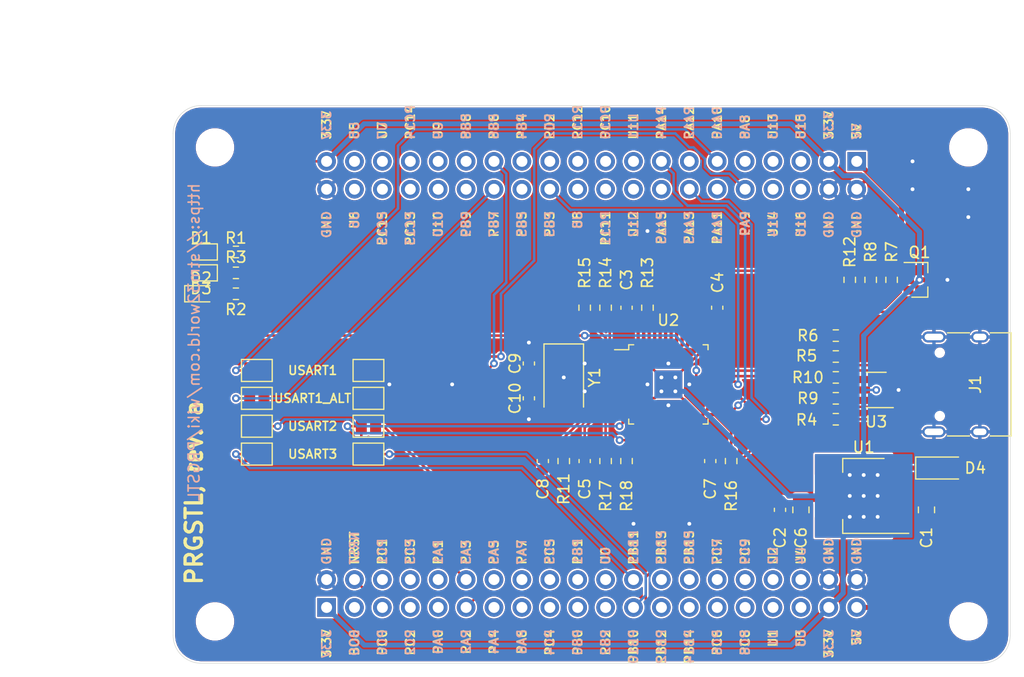
<source format=kicad_pcb>
(kicad_pcb (version 20171130) (host pcbnew 5.1.9+dfsg1-1)
  (title_block (title MCUSTM32F405) (rev a) (company STM32World) (comment 1 lth@stm32world.com) (comment 2 "Lars Boegild Thomsen"))
  (layers (0 F.Cu signal) (31 B.Cu signal) (34 B.Paste user) (35 F.Paste user) (36 B.SilkS user) (37 F.SilkS user) (38 B.Mask user) (39 F.Mask user) (44 Edge.Cuts user))
  (net 0 "")
  (net 1 +3V3)
  (net 2 GND)
  (net 3 +5V)
  (net 4 VBUS)
  (net 5 "Net-(C10-Pad1)")
  (net 6 "Net-(J1-PadB8)")
  (net 7 "Net-(J1-PadA5)")
  (net 8 "Net-(J1-PadA7)")
  (net 9 "Net-(J1-PadA6)")
  (net 10 "Net-(J1-PadA8)")
  (net 11 "Net-(J1-PadB5)")
  (net 12 "Net-(J2-Pad78)")
  (net 13 "Net-(J2-Pad77)")
  (net 14 "Net-(J2-Pad75)")
  (net 15 "Net-(J2-Pad72)")
  (net 16 "Net-(J2-Pad71)")
  (net 17 "Net-(J2-Pad62)")
  (net 18 "Net-(J2-Pad58)")
  (net 19 "Net-(J2-Pad57)")
  (net 20 "Net-(J2-Pad48)")
  (net 21 "Net-(J2-Pad47)")
  (net 22 "Net-(J2-Pad46)")
  (net 23 "Net-(J2-Pad45)")
  (net 24 "Net-(J2-Pad36)")
  (net 25 "Net-(J2-Pad35)")
  (net 26 "Net-(J2-Pad34)")
  (net 27 "Net-(J2-Pad33)")
  (net 28 "Net-(J2-Pad22)")
  (net 29 LED)
  (net 30 "Net-(J2-Pad3)")
  (net 31 "Net-(J2-Pad5)")
  (net 32 "Net-(J2-Pad6)")
  (net 33 "Net-(J2-Pad7)")
  (net 34 "Net-(J2-Pad8)")
  (net 35 "Net-(J2-Pad9)")
  (net 36 "Net-(J2-Pad10)")
  (net 37 "Net-(J2-Pad13)")
  (net 38 "Net-(J2-Pad14)")
  (net 39 "Net-(J2-Pad15)")
  (net 40 "Net-(J2-Pad16)")
  (net 41 "Net-(J2-Pad17)")
  (net 42 "Net-(J2-Pad18)")
  (net 43 "Net-(J2-Pad19)")
  (net 44 "Net-(J2-Pad20)")
  (net 45 "Net-(J2-Pad21)")
  (net 46 "Net-(J2-Pad25)")
  (net 47 "Net-(J2-Pad26)")
  (net 48 "Net-(J2-Pad27)")
  (net 49 "Net-(J2-Pad28)")
  (net 50 "Net-(J2-Pad29)")
  (net 51 "Net-(J2-Pad30)")
  (net 52 "Net-(J2-Pad31)")
  (net 53 "Net-(J2-Pad32)")
  (net 54 "Net-(J2-Pad49)")
  (net 55 "Net-(J2-Pad52)")
  (net 56 "Net-(J2-Pad53)")
  (net 57 "Net-(J2-Pad56)")
  (net 58 "Net-(J2-Pad59)")
  (net 59 "Net-(J2-Pad60)")
  (net 60 "Net-(J2-Pad61)")
  (net 61 "Net-(J2-Pad63)")
  (net 62 "Net-(J2-Pad65)")
  (net 63 "Net-(J2-Pad66)")
  (net 64 "Net-(J2-Pad69)")
  (net 65 "Net-(J2-Pad70)")
  (net 66 "Net-(J2-Pad73)")
  (net 67 "Net-(J2-Pad74)")
  (net 68 "Net-(J2-Pad76)")
  (net 69 "Net-(Q1-Pad2)")
  (net 70 "Net-(Q1-Pad1)")
  (net 71 D-)
  (net 72 D+)
  (net 73 B0)
  (net 74 RENUM)
  (net 75 T_DIO)
  (net 76 "Net-(R14-Pad1)")
  (net 77 "Net-(U2-Pad46)")
  (net 78 "Net-(U2-Pad45)")
  (net 79 "Net-(U2-Pad43)")
  (net 80 "Net-(U2-Pad42)")
  (net 81 "Net-(U2-Pad41)")
  (net 82 "Net-(U2-Pad40)")
  (net 83 "Net-(U2-Pad39)")
  (net 84 CLK)
  (net 85 DIO)
  (net 86 T_SWO)
  (net 87 "Net-(U2-Pad29)")
  (net 88 "Net-(U2-Pad28)")
  (net 89 T_CLK)
  (net 90 "Net-(U2-Pad22)")
  (net 91 "Net-(U2-Pad21)")
  (net 92 "Net-(U2-Pad20)")
  (net 93 "Net-(U2-Pad19)")
  (net 94 T_RST)
  (net 95 "Net-(U2-Pad17)")
  (net 96 "Net-(U2-Pad16)")
  (net 97 "Net-(U2-Pad15)")
  (net 98 "Net-(U2-Pad14)")
  (net 99 T_RX)
  (net 100 T_TX)
  (net 101 "Net-(U2-Pad11)")
  (net 102 "Net-(U2-Pad4)")
  (net 103 "Net-(R17-Pad2)")
  (net 104 USART2_TX)
  (net 105 USART2_RX)
  (net 106 USART3_TX)
  (net 107 USART3_RX)
  (net 108 USART1_TX)
  (net 109 USART1_RX)
  (net 110 USART1_TX_ALT)
  (net 111 USART1_RX_ALT)
  (net 112 "Net-(C8-Pad1)")
  (net 113 "Net-(C9-Pad1)")
  (net 114 "Net-(D1-Pad1)")
  (net 115 "Net-(D2-Pad2)")
  (net 116 "Net-(D3-Pad1)")
  (net 117 "Net-(R15-Pad2)")
  (net 118 "Net-(R16-Pad1)")
  (net 119 "Net-(U3-Pad6)")
  (net 120 "Net-(U3-Pad4)")
  (module stm32world:STM32WORLD_BASE (layer F.Cu) (at 152.4 101.6)
    (fp_text reference J2 hide)
    (fp_text value STM32WORLD_BASE)
    (fp_text user 5V (at 24.13 22.225 90) (layer B.SilkS) (effects (font (size 0.8 0.8)) (justify left mirror)))
    (fp_text user 3.3V (at 21.59 22.225 90) (layer B.SilkS) (effects (font (size 0.8 0.8)) (justify left mirror)))
    (fp_text user U3 (at 19.05 22.225 90) (layer B.SilkS) (effects (font (size 0.8 0.8)) (justify left mirror)))
    (fp_text user U1 (at 16.51 22.225 90) (layer B.SilkS) (effects (font (size 0.8 0.8)) (justify left mirror)))
    (fp_text user PC8 (at 13.97 22.225 90) (layer B.SilkS) (effects (font (size 0.8 0.8)) (justify left mirror)))
    (fp_text user PC6 (at 11.43 22.225 90) (layer B.SilkS) (effects (font (size 0.8 0.8)) (justify left mirror)))
    (fp_text user PB14 (at 8.89 22.225 90) (layer B.SilkS) (effects (font (size 0.8 0.8)) (justify left mirror)))
    (fp_text user PB12 (at 6.35 22.225 90) (layer B.SilkS) (effects (font (size 0.8 0.8)) (justify left mirror)))
    (fp_text user PB10 (at 3.81 22.225 90) (layer B.SilkS) (effects (font (size 0.8 0.8)) (justify left mirror)))
    (fp_text user PB2 (at 1.27 22.225 90) (layer B.SilkS) (effects (font (size 0.8 0.8)) (justify left mirror)))
    (fp_text user PB0 (at -1.27 22.225 90) (layer B.SilkS) (effects (font (size 0.8 0.8)) (justify left mirror)))
    (fp_text user PC4 (at -3.81 22.225 90) (layer B.SilkS) (effects (font (size 0.8 0.8)) (justify left mirror)))
    (fp_text user PA6 (at -6.35 22.225 90) (layer B.SilkS) (effects (font (size 0.8 0.8)) (justify left mirror)))
    (fp_text user PA4 (at -8.89 22.225 90) (layer B.SilkS) (effects (font (size 0.8 0.8)) (justify left mirror)))
    (fp_text user PA2 (at -11.43 22.225 90) (layer B.SilkS) (effects (font (size 0.8 0.8)) (justify left mirror)))
    (fp_text user PA0 (at -13.97 22.225 90) (layer B.SilkS) (effects (font (size 0.8 0.8)) (justify left mirror)))
    (fp_text user PC2 (at -16.51 22.225 90) (layer B.SilkS) (effects (font (size 0.8 0.8)) (justify left mirror)))
    (fp_text user PC0 (at -19.05 22.225 90) (layer B.SilkS) (effects (font (size 0.8 0.8)) (justify left mirror)))
    (fp_text user BO0 (at -21.59 22.225 90) (layer B.SilkS) (effects (font (size 0.8 0.8)) (justify left mirror)))
    (fp_text user 3.3V (at -24.13 22.225 90) (layer B.SilkS) (effects (font (size 0.8 0.8)) (justify left mirror)))
    (fp_text user GND (at 24.13 16.51 90) (layer B.SilkS) (effects (font (size 0.8 0.8)) (justify right mirror)))
    (fp_text user GND (at 21.59 16.51 90) (layer B.SilkS) (effects (font (size 0.8 0.8)) (justify right mirror)))
    (fp_text user U4 (at 19.05 16.51 90) (layer B.SilkS) (effects (font (size 0.8 0.8)) (justify right mirror)))
    (fp_text user U2 (at 16.51 16.51 90) (layer B.SilkS) (effects (font (size 0.8 0.8)) (justify right mirror)))
    (fp_text user PC9 (at 13.97 16.51 90) (layer B.SilkS) (effects (font (size 0.8 0.8)) (justify right mirror)))
    (fp_text user PC7 (at 11.43 16.51 90) (layer B.SilkS) (effects (font (size 0.8 0.8)) (justify right mirror)))
    (fp_text user PB15 (at 8.89 16.51 90) (layer B.SilkS) (effects (font (size 0.8 0.8)) (justify right mirror)))
    (fp_text user PB13 (at 6.35 16.51 90) (layer B.SilkS) (effects (font (size 0.8 0.8)) (justify right mirror)))
    (fp_text user PB11 (at 3.81 16.51 90) (layer B.SilkS) (effects (font (size 0.8 0.8)) (justify right mirror)))
    (fp_text user U0 (at 1.27 16.51 90) (layer B.SilkS) (effects (font (size 0.8 0.8)) (justify right mirror)))
    (fp_text user PB1 (at -1.27 16.51 90) (layer B.SilkS) (effects (font (size 0.8 0.8)) (justify right mirror)))
    (fp_text user PC5 (at -3.81 16.51 90) (layer B.SilkS) (effects (font (size 0.8 0.8)) (justify right mirror)))
    (fp_text user PA7 (at -6.35 16.51 90) (layer B.SilkS) (effects (font (size 0.8 0.8)) (justify right mirror)))
    (fp_text user PA5 (at -8.89 16.51 90) (layer B.SilkS) (effects (font (size 0.8 0.8)) (justify right mirror)))
    (fp_text user PA3 (at -11.43 16.51 90) (layer B.SilkS) (effects (font (size 0.8 0.8)) (justify right mirror)))
    (fp_text user PA1 (at -13.97 16.51 90) (layer B.SilkS) (effects (font (size 0.8 0.8)) (justify right mirror)))
    (fp_text user PC3 (at -16.51 16.51 90) (layer B.SilkS) (effects (font (size 0.8 0.8)) (justify right mirror)))
    (fp_text user PC1 (at -19.05 16.51 90) (layer B.SilkS) (effects (font (size 0.8 0.8)) (justify right mirror)))
    (fp_text user NRST (at -21.59 16.51 90) (layer B.SilkS) (effects (font (size 0.8 0.8)) (justify right mirror)))
    (fp_text user GND (at -24.13 16.51 90) (layer B.SilkS) (effects (font (size 0.8 0.8)) (justify right mirror)))
    (fp_text user 3.3V (at -24.13 -22.225 90) (layer B.SilkS) (effects (font (size 0.8 0.8)) (justify right mirror)))
    (fp_text user U5 (at -21.59 -22.225 90) (layer B.SilkS) (effects (font (size 0.8 0.8)) (justify right mirror)))
    (fp_text user U7 (at -19.05 -22.225 90) (layer B.SilkS) (effects (font (size 0.8 0.8)) (justify right mirror)))
    (fp_text user PC14 (at -16.51 -22.225 90) (layer B.SilkS) (effects (font (size 0.8 0.8)) (justify right mirror)))
    (fp_text user U9 (at -13.97 -22.225 90) (layer B.SilkS) (effects (font (size 0.8 0.8)) (justify right mirror)))
    (fp_text user PB8 (at -11.43 -22.225 90) (layer B.SilkS) (effects (font (size 0.8 0.8)) (justify right mirror)))
    (fp_text user PB6 (at -8.89 -22.225 90) (layer B.SilkS) (effects (font (size 0.8 0.8)) (justify right mirror)))
    (fp_text user PB4 (at -6.35 -22.225 90) (layer B.SilkS) (effects (font (size 0.8 0.8)) (justify right mirror)))
    (fp_text user PD2 (at -3.81 -22.225 90) (layer B.SilkS) (effects (font (size 0.8 0.8)) (justify right mirror)))
    (fp_text user PC12 (at -1.27 -22.225 90) (layer B.SilkS) (effects (font (size 0.8 0.8)) (justify right mirror)))
    (fp_text user PC10 (at 1.27 -22.225 90) (layer B.SilkS) (effects (font (size 0.8 0.8)) (justify right mirror)))
    (fp_text user U11 (at 3.81 -22.225 90) (layer B.SilkS) (effects (font (size 0.8 0.8)) (justify right mirror)))
    (fp_text user PA14 (at 6.35 -22.225 90) (layer B.SilkS) (effects (font (size 0.8 0.8)) (justify right mirror)))
    (fp_text user PA12 (at 8.89 -22.225 90) (layer B.SilkS) (effects (font (size 0.8 0.8)) (justify right mirror)))
    (fp_text user PA10 (at 11.43 -22.225 90) (layer B.SilkS) (effects (font (size 0.8 0.8)) (justify right mirror)))
    (fp_text user PA8 (at 13.97 -22.225 90) (layer B.SilkS) (effects (font (size 0.8 0.8)) (justify right mirror)))
    (fp_text user U13 (at 16.51 -22.225 90) (layer B.SilkS) (effects (font (size 0.8 0.8)) (justify right mirror)))
    (fp_text user U15 (at 19.05 -22.225 90) (layer B.SilkS) (effects (font (size 0.8 0.8)) (justify right mirror)))
    (fp_text user 3.3V (at 21.59 -22.225 90) (layer B.SilkS) (effects (font (size 0.8 0.8)) (justify right mirror)))
    (fp_text user 5V (at 24.13 -22.225 90) (layer B.SilkS) (effects (font (size 0.8 0.8)) (justify right mirror)))
    (fp_text user GND (at 24.13 -15.875 90) (layer B.SilkS) (effects (font (size 0.8 0.8)) (justify left mirror)))
    (fp_text user GND (at 21.59 -15.875 90) (layer B.SilkS) (effects (font (size 0.8 0.8)) (justify left mirror)))
    (fp_text user U16 (at 19.05 -15.875 90) (layer B.SilkS) (effects (font (size 0.8 0.8)) (justify left mirror)))
    (fp_text user U14 (at 16.51 -15.875 90) (layer B.SilkS) (effects (font (size 0.8 0.8)) (justify left mirror)))
    (fp_text user PA9 (at 13.97 -15.875 90) (layer B.SilkS) (effects (font (size 0.8 0.8)) (justify left mirror)))
    (fp_text user PA11 (at 11.43 -15.875 90) (layer B.SilkS) (effects (font (size 0.8 0.8)) (justify left mirror)))
    (fp_text user PA13 (at 8.89 -15.875 90) (layer B.SilkS) (effects (font (size 0.8 0.8)) (justify left mirror)))
    (fp_text user PA15 (at 6.35 -15.875 90) (layer B.SilkS) (effects (font (size 0.8 0.8)) (justify left mirror)))
    (fp_text user U12 (at 3.81 -15.875 90) (layer B.SilkS) (effects (font (size 0.8 0.8)) (justify left mirror)))
    (fp_text user PC11 (at 1.27 -15.875 90) (layer B.SilkS) (effects (font (size 0.8 0.8)) (justify left mirror)))
    (fp_text user U8 (at -1.27 -15.875 90) (layer B.SilkS) (effects (font (size 0.8 0.8)) (justify left mirror)))
    (fp_text user PB3 (at -3.81 -15.875 90) (layer B.SilkS) (effects (font (size 0.8 0.8)) (justify left mirror)))
    (fp_text user PB5 (at -6.35 -15.875 90) (layer B.SilkS) (effects (font (size 0.8 0.8)) (justify left mirror)))
    (fp_text user PB7 (at -8.89 -15.875 90) (layer B.SilkS) (effects (font (size 0.8 0.8)) (justify left mirror)))
    (fp_text user PB9 (at -11.43 -15.875 90) (layer B.SilkS) (effects (font (size 0.8 0.8)) (justify left mirror)))
    (fp_text user U10 (at -13.97 -15.875 90) (layer B.SilkS) (effects (font (size 0.8 0.8)) (justify left mirror)))
    (fp_text user PC13 (at -16.51 -15.875 90) (layer B.SilkS) (effects (font (size 0.8 0.8)) (justify left mirror)))
    (fp_text user PC15 (at -19.05 -15.875 90) (layer B.SilkS) (effects (font (size 0.8 0.8)) (justify left mirror)))
    (fp_text user U6 (at -21.59 -15.875 90) (layer B.SilkS) (effects (font (size 0.8 0.8)) (justify left mirror)))
    (fp_text user GND (at -24.13 -15.875 90) (layer B.SilkS) (effects (font (size 0.8 0.8)) (justify left mirror)))
    (fp_text user U16 (at 19.05 -15.875 90) (layer F.SilkS) (effects (font (size 0.8 0.8)) (justify right)))
    (fp_text user U14 (at 16.51 -15.875 90) (layer F.SilkS) (effects (font (size 0.8 0.8)) (justify right)))
    (fp_text user U15 (at 19.05 -22.225 90) (layer F.SilkS) (effects (font (size 0.8 0.8)) (justify left)))
    (fp_text user U13 (at 16.51 -22.225 90) (layer F.SilkS) (effects (font (size 0.8 0.8)) (justify left)))
    (fp_text user U11 (at 3.81 -22.225 90) (layer F.SilkS) (effects (font (size 0.8 0.8)) (justify left)))
    (fp_text user U12 (at 3.81 -15.875 90) (layer F.SilkS) (effects (font (size 0.8 0.8)) (justify right)))
    (fp_text user U8 (at -1.27 -15.875 90) (layer F.SilkS) (effects (font (size 0.8 0.8)) (justify right)))
    (fp_text user U10 (at -13.97 -15.875 90) (layer F.SilkS) (effects (font (size 0.8 0.8)) (justify right)))
    (fp_text user U9 (at -13.97 -22.225 90) (layer F.SilkS) (effects (font (size 0.8 0.8)) (justify left)))
    (fp_text user U7 (at -19.05 -22.225 90) (layer F.SilkS) (effects (font (size 0.8 0.8)) (justify left)))
    (fp_text user U6 (at -21.59 -15.875 90) (layer F.SilkS) (effects (font (size 0.8 0.8)) (justify right)))
    (fp_text user U5 (at -21.59 -22.225 90) (layer F.SilkS) (effects (font (size 0.8 0.8)) (justify left)))
    (fp_text user U4 (at 19.05 16.51 90) (layer F.SilkS) (effects (font (size 0.8 0.8)) (justify left)))
    (fp_text user U2 (at 16.51 16.51 90) (layer F.SilkS) (effects (font (size 0.8 0.8)) (justify left)))
    (fp_text user U3 (at 19.05 22.225 90) (layer F.SilkS) (effects (font (size 0.8 0.8)) (justify right)))
    (fp_text user U1 (at 16.51 22.225 90) (layer F.SilkS) (effects (font (size 0.8 0.8)) (justify right)))
    (fp_text user U0 (at 1.27 16.51 90) (layer F.SilkS) (effects (font (size 0.8 0.8)) (justify left)))
    (fp_text user https://stm32world.com/wiki/PRGSTL (at -36.195 -18.415 90 unlocked) (layer B.SilkS) (effects (justify left mirror)))
    (fp_text user 3.3V (at 21.59 -22.225 90) (layer F.SilkS) (effects (font (size 0.8 0.8)) (justify left)))
    (fp_text user GND (at 21.59 -15.875 90) (layer F.SilkS) (effects (font (size 0.8 0.8)) (justify right)))
    (fp_text user 5V (at 24.13 22.225 90) (layer F.SilkS) (effects (font (size 0.8 0.8)) (justify right)))
    (fp_text user GND (at 21.59 16.51 90) (layer F.SilkS) (effects (font (size 0.8 0.8)) (justify left)))
    (fp_text user GND (at -24.13 -15.875 90) (layer F.SilkS) (effects (font (size 0.8 0.8)) (justify right)))
    (fp_text user PC15 (at -19.05 -15.875 90) (layer F.SilkS) (effects (font (size 0.8 0.8)) (justify right)))
    (fp_text user PC13 (at -16.51 -15.875 90) (layer F.SilkS) (effects (font (size 0.8 0.8)) (justify right)))
    (fp_text user PB9 (at -11.43 -15.875 90) (layer F.SilkS) (effects (font (size 0.8 0.8)) (justify right)))
    (fp_text user PB7 (at -8.89 -15.875 90) (layer F.SilkS) (effects (font (size 0.8 0.8)) (justify right)))
    (fp_text user PB5 (at -6.35 -15.875 90) (layer F.SilkS) (effects (font (size 0.8 0.8)) (justify right)))
    (fp_text user PB3 (at -3.81 -15.875 90) (layer F.SilkS) (effects (font (size 0.8 0.8)) (justify right)))
    (fp_text user PC11 (at 1.27 -15.875 90) (layer F.SilkS) (effects (font (size 0.8 0.8)) (justify right)))
    (fp_text user PA15 (at 6.35 -15.875 90) (layer F.SilkS) (effects (font (size 0.8 0.8)) (justify right)))
    (fp_text user PA13 (at 8.89 -15.875 90) (layer F.SilkS) (effects (font (size 0.8 0.8)) (justify right)))
    (fp_text user PA11 (at 11.43 -15.875 90) (layer F.SilkS) (effects (font (size 0.8 0.8)) (justify right)))
    (fp_text user PA9 (at 13.97 -15.875 90) (layer F.SilkS) (effects (font (size 0.8 0.8)) (justify right)))
    (fp_text user 3.3V (at -24.13 -22.225 90) (layer F.SilkS) (effects (font (size 0.8 0.8)) (justify left)))
    (fp_text user PC14 (at -16.51 -22.225 90) (layer F.SilkS) (effects (font (size 0.8 0.8)) (justify left)))
    (fp_text user PB8 (at -11.43 -22.225 90) (layer F.SilkS) (effects (font (size 0.8 0.8)) (justify left)))
    (fp_text user PB6 (at -8.89 -22.225 90) (layer F.SilkS) (effects (font (size 0.8 0.8)) (justify left)))
    (fp_text user PB4 (at -6.35 -22.225 90) (layer F.SilkS) (effects (font (size 0.8 0.8)) (justify left)))
    (fp_text user PD2 (at -3.81 -22.225 90) (layer F.SilkS) (effects (font (size 0.8 0.8)) (justify left)))
    (fp_text user PC12 (at -1.27 -22.225 90) (layer F.SilkS) (effects (font (size 0.8 0.8)) (justify left)))
    (fp_text user PC10 (at 1.27 -22.225 90) (layer F.SilkS) (effects (font (size 0.8 0.8)) (justify left)))
    (fp_text user PA14 (at 6.35 -22.225 90) (layer F.SilkS) (effects (font (size 0.8 0.8)) (justify left)))
    (fp_text user PA12 (at 8.89 -22.225 90) (layer F.SilkS) (effects (font (size 0.8 0.8)) (justify left)))
    (fp_text user PA10 (at 11.43 -22.225 90) (layer F.SilkS) (effects (font (size 0.8 0.8)) (justify left)))
    (fp_text user PA8 (at 13.97 -22.225 90) (layer F.SilkS) (effects (font (size 0.8 0.8)) (justify left)))
    (fp_text user GND (at 24.13 -15.875 90) (layer F.SilkS) (effects (font (size 0.8 0.8)) (justify right)))
    (fp_text user 5V (at 24.13 -22.225 90) (layer F.SilkS) (effects (font (size 0.8 0.8)) (justify left)))
    (fp_text user GND (at 24.13 16.51 90) (layer F.SilkS) (effects (font (size 0.8 0.8)) (justify left)))
    (fp_text user PC9 (at 13.97 16.51 90) (layer F.SilkS) (effects (font (size 0.8 0.8)) (justify left)))
    (fp_text user PC7 (at 11.43 16.51 90) (layer F.SilkS) (effects (font (size 0.8 0.8)) (justify left)))
    (fp_text user PB15 (at 8.89 16.51 90) (layer F.SilkS) (effects (font (size 0.8 0.8)) (justify left)))
    (fp_text user PB13 (at 6.35 16.51 90) (layer F.SilkS) (effects (font (size 0.8 0.8)) (justify left)))
    (fp_text user PB11 (at 3.81 16.51 90) (layer F.SilkS) (effects (font (size 0.8 0.8)) (justify left)))
    (fp_text user PB1 (at -1.27 16.51 90) (layer F.SilkS) (effects (font (size 0.8 0.8)) (justify left)))
    (fp_text user PC5 (at -3.81 16.51 90) (layer F.SilkS) (effects (font (size 0.8 0.8)) (justify left)))
    (fp_text user PA7 (at -6.35 16.51 90) (layer F.SilkS) (effects (font (size 0.8 0.8)) (justify left)))
    (fp_text user PA5 (at -8.89 16.51 90) (layer F.SilkS) (effects (font (size 0.8 0.8)) (justify left)))
    (fp_text user PA3 (at -11.43 16.51 90) (layer F.SilkS) (effects (font (size 0.8 0.8)) (justify left)))
    (fp_text user PA1 (at -13.97 16.51 90) (layer F.SilkS) (effects (font (size 0.8 0.8)) (justify left)))
    (fp_text user PC3 (at -16.51 16.51 90) (layer F.SilkS) (effects (font (size 0.8 0.8)) (justify left)))
    (fp_text user PC1 (at -19.05 16.51 90) (layer F.SilkS) (effects (font (size 0.8 0.8)) (justify left)))
    (fp_text user NRST (at -21.59 16.51 90) (layer F.SilkS) (effects (font (size 0.8 0.8)) (justify left)))
    (fp_text user 3.3V (at 21.59 22.225 90) (layer F.SilkS) (effects (font (size 0.8 0.8)) (justify right)))
    (fp_text user PC8 (at 13.97 22.225 90) (layer F.SilkS) (effects (font (size 0.8 0.8)) (justify right)))
    (fp_text user PC6 (at 11.43 22.225 90) (layer F.SilkS) (effects (font (size 0.8 0.8)) (justify right)))
    (fp_text user PB14 (at 8.89 22.225 90) (layer F.SilkS) (effects (font (size 0.8 0.8)) (justify right)))
    (fp_text user PB12 (at 6.35 22.225 90) (layer F.SilkS) (effects (font (size 0.8 0.8)) (justify right)))
    (fp_text user PB10 (at 3.81 22.225 90) (layer F.SilkS) (effects (font (size 0.8 0.8)) (justify right)))
    (fp_text user PB2 (at 1.27 22.225 90) (layer F.SilkS) (effects (font (size 0.8 0.8)) (justify right)))
    (fp_text user PB0 (at -1.27 22.225 90) (layer F.SilkS) (effects (font (size 0.8 0.8)) (justify right)))
    (fp_text user PC4 (at -3.81 22.225 90) (layer F.SilkS) (effects (font (size 0.8 0.8)) (justify right)))
    (fp_text user PA6 (at -6.35 22.225 90) (layer F.SilkS) (effects (font (size 0.8 0.8)) (justify right)))
    (fp_text user PA4 (at -8.89 22.225 90) (layer F.SilkS) (effects (font (size 0.8 0.8)) (justify right)))
    (fp_text user PA2 (at -11.43 22.225 90) (layer F.SilkS) (effects (font (size 0.8 0.8)) (justify right)))
    (fp_text user PA0 (at -13.97 22.225 90) (layer F.SilkS) (effects (font (size 0.8 0.8)) (justify right)))
    (fp_text user PC2 (at -16.51 22.225 90) (layer F.SilkS) (effects (font (size 0.8 0.8)) (justify right)))
    (fp_text user PC0 (at -19.05 22.225 90) (layer F.SilkS) (effects (font (size 0.8 0.8)) (justify right)))
    (fp_text user BO0 (at -21.59 22.225 90) (layer F.SilkS) (effects (font (size 0.8 0.8)) (justify right)))
    (fp_text user GND (at -24.13 16.51 90) (layer F.SilkS) (effects (font (size 0.8 0.8)) (justify left)))
    (fp_text user 3.3V (at -24.13 22.225 90) (layer F.SilkS) (effects (font (size 0.8 0.8)) (justify right)))
    (pad 1 thru_hole rect (at -24.13 20.32) (size 1.7 1.7) (drill 1) (layers *.Cu *.Mask) (net 1 +3V3))
    (pad 2 thru_hole circle (at -24.13 17.78) (size 1.7 1.7) (drill 1) (layers *.Cu *.Mask) (net 2 GND))
    (pad 3 thru_hole circle (at -21.59 20.32) (size 1.7 1.7) (drill 1) (layers *.Cu *.Mask) (net 30 "Net-(J2-Pad3)"))
    (pad 4 thru_hole circle (at -21.59 17.78) (size 1.7 1.7) (drill 1) (layers *.Cu *.Mask) (net 94 T_RST))
    (pad 5 thru_hole circle (at -19.05 20.32) (size 1.7 1.7) (drill 1) (layers *.Cu *.Mask) (net 31 "Net-(J2-Pad5)"))
    (pad 6 thru_hole circle (at -19.05 17.78) (size 1.7 1.7) (drill 1) (layers *.Cu *.Mask) (net 32 "Net-(J2-Pad6)"))
    (pad 7 thru_hole circle (at -16.51 20.32) (size 1.7 1.7) (drill 1) (layers *.Cu *.Mask) (net 33 "Net-(J2-Pad7)"))
    (pad 8 thru_hole circle (at -16.51 17.78) (size 1.7 1.7) (drill 1) (layers *.Cu *.Mask) (net 34 "Net-(J2-Pad8)"))
    (pad 9 thru_hole circle (at -13.97 20.32) (size 1.7 1.7) (drill 1) (layers *.Cu *.Mask) (net 35 "Net-(J2-Pad9)"))
    (pad 10 thru_hole circle (at -13.97 17.78) (size 1.7 1.7) (drill 1) (layers *.Cu *.Mask) (net 36 "Net-(J2-Pad10)"))
    (pad 11 thru_hole circle (at -11.43 20.32) (size 1.7 1.7) (drill 1) (layers *.Cu *.Mask) (net 104 USART2_TX))
    (pad 12 thru_hole circle (at -11.43 17.78) (size 1.7 1.7) (drill 1) (layers *.Cu *.Mask) (net 105 USART2_RX))
    (pad 13 thru_hole circle (at -8.89 20.32) (size 1.7 1.7) (drill 1) (layers *.Cu *.Mask) (net 37 "Net-(J2-Pad13)"))
    (pad 14 thru_hole circle (at -8.89 17.78) (size 1.7 1.7) (drill 1) (layers *.Cu *.Mask) (net 38 "Net-(J2-Pad14)"))
    (pad 15 thru_hole circle (at -6.35 20.32) (size 1.7 1.7) (drill 1) (layers *.Cu *.Mask) (net 39 "Net-(J2-Pad15)"))
    (pad 16 thru_hole circle (at -6.35 17.78) (size 1.7 1.7) (drill 1) (layers *.Cu *.Mask) (net 40 "Net-(J2-Pad16)"))
    (pad 17 thru_hole circle (at -3.81 20.32) (size 1.7 1.7) (drill 1) (layers *.Cu *.Mask) (net 41 "Net-(J2-Pad17)"))
    (pad 18 thru_hole circle (at -3.81 17.78) (size 1.7 1.7) (drill 1) (layers *.Cu *.Mask) (net 42 "Net-(J2-Pad18)"))
    (pad 19 thru_hole circle (at -1.27 20.32) (size 1.7 1.7) (drill 1) (layers *.Cu *.Mask) (net 43 "Net-(J2-Pad19)"))
    (pad 20 thru_hole circle (at -1.27 17.78) (size 1.7 1.7) (drill 1) (layers *.Cu *.Mask) (net 44 "Net-(J2-Pad20)"))
    (pad 21 thru_hole circle (at 1.27 20.32) (size 1.7 1.7) (drill 1) (layers *.Cu *.Mask) (net 45 "Net-(J2-Pad21)"))
    (pad 22 thru_hole circle (at 1.27 17.78) (size 1.7 1.7) (drill 1) (layers *.Cu *.Mask) (net 28 "Net-(J2-Pad22)"))
    (pad 23 thru_hole circle (at 3.81 20.32) (size 1.7 1.7) (drill 1) (layers *.Cu *.Mask) (net 106 USART3_TX))
    (pad 24 thru_hole circle (at 3.81 17.78) (size 1.7 1.7) (drill 1) (layers *.Cu *.Mask) (net 107 USART3_RX))
    (pad 25 thru_hole circle (at 6.35 20.32) (size 1.7 1.7) (drill 1) (layers *.Cu *.Mask) (net 46 "Net-(J2-Pad25)"))
    (pad 26 thru_hole circle (at 6.35 17.78) (size 1.7 1.7) (drill 1) (layers *.Cu *.Mask) (net 47 "Net-(J2-Pad26)"))
    (pad 27 thru_hole circle (at 8.89 20.32) (size 1.7 1.7) (drill 1) (layers *.Cu *.Mask) (net 48 "Net-(J2-Pad27)"))
    (pad 28 thru_hole circle (at 8.89 17.78) (size 1.7 1.7) (drill 1) (layers *.Cu *.Mask) (net 49 "Net-(J2-Pad28)"))
    (pad 29 thru_hole circle (at 11.43 20.32) (size 1.7 1.7) (drill 1) (layers *.Cu *.Mask) (net 50 "Net-(J2-Pad29)"))
    (pad 30 thru_hole circle (at 11.43 17.78) (size 1.7 1.7) (drill 1) (layers *.Cu *.Mask) (net 51 "Net-(J2-Pad30)"))
    (pad 31 thru_hole circle (at 13.97 20.32) (size 1.7 1.7) (drill 1) (layers *.Cu *.Mask) (net 52 "Net-(J2-Pad31)"))
    (pad 32 thru_hole circle (at 13.97 17.78) (size 1.7 1.7) (drill 1) (layers *.Cu *.Mask) (net 53 "Net-(J2-Pad32)"))
    (pad 33 thru_hole circle (at 16.51 20.32) (size 1.7 1.7) (drill 1) (layers *.Cu *.Mask) (net 27 "Net-(J2-Pad33)"))
    (pad 34 thru_hole circle (at 16.51 17.78) (size 1.7 1.7) (drill 1) (layers *.Cu *.Mask) (net 26 "Net-(J2-Pad34)"))
    (pad 35 thru_hole circle (at 19.05 20.32) (size 1.7 1.7) (drill 1) (layers *.Cu *.Mask) (net 25 "Net-(J2-Pad35)"))
    (pad 36 thru_hole circle (at 19.05 17.78) (size 1.7 1.7) (drill 1) (layers *.Cu *.Mask) (net 24 "Net-(J2-Pad36)"))
    (pad 37 thru_hole circle (at 21.59 20.32) (size 1.7 1.7) (drill 1) (layers *.Cu *.Mask) (net 1 +3V3))
    (pad 38 thru_hole circle (at 21.59 17.78) (size 1.7 1.7) (drill 1) (layers *.Cu *.Mask) (net 2 GND))
    (pad 39 thru_hole circle (at 24.13 20.32) (size 1.7 1.7) (drill 1) (layers *.Cu *.Mask) (net 3 +5V))
    (pad 40 thru_hole circle (at 24.13 17.78) (size 1.7 1.7) (drill 1) (layers *.Cu *.Mask) (net 2 GND))
    (pad 41 thru_hole rect (at 24.13 -20.32) (size 1.7 1.7) (drill 1) (layers *.Cu *.Mask) (net 3 +5V))
    (pad 42 thru_hole circle (at 24.13 -17.78) (size 1.7 1.7) (drill 1) (layers *.Cu *.Mask) (net 2 GND))
    (pad 43 thru_hole circle (at 21.59 -20.32) (size 1.7 1.7) (drill 1) (layers *.Cu *.Mask) (net 1 +3V3))
    (pad 44 thru_hole circle (at 21.59 -17.78) (size 1.7 1.7) (drill 1) (layers *.Cu *.Mask) (net 2 GND))
    (pad 45 thru_hole circle (at 19.05 -20.32) (size 1.7 1.7) (drill 1) (layers *.Cu *.Mask) (net 23 "Net-(J2-Pad45)"))
    (pad 46 thru_hole circle (at 19.05 -17.78) (size 1.7 1.7) (drill 1) (layers *.Cu *.Mask) (net 22 "Net-(J2-Pad46)"))
    (pad 47 thru_hole circle (at 16.51 -20.32) (size 1.7 1.7) (drill 1) (layers *.Cu *.Mask) (net 21 "Net-(J2-Pad47)"))
    (pad 48 thru_hole circle (at 16.51 -17.78) (size 1.7 1.7) (drill 1) (layers *.Cu *.Mask) (net 20 "Net-(J2-Pad48)"))
    (pad 49 thru_hole circle (at 13.97 -20.32) (size 1.7 1.7) (drill 1) (layers *.Cu *.Mask) (net 54 "Net-(J2-Pad49)"))
    (pad 50 thru_hole circle (at 13.97 -17.78) (size 1.7 1.7) (drill 1) (layers *.Cu *.Mask) (net 108 USART1_TX))
    (pad 51 thru_hole circle (at 11.43 -20.32) (size 1.7 1.7) (drill 1) (layers *.Cu *.Mask) (net 109 USART1_RX))
    (pad 52 thru_hole circle (at 11.43 -17.78) (size 1.7 1.7) (drill 1) (layers *.Cu *.Mask) (net 55 "Net-(J2-Pad52)"))
    (pad 53 thru_hole circle (at 8.89 -20.32) (size 1.7 1.7) (drill 1) (layers *.Cu *.Mask) (net 56 "Net-(J2-Pad53)"))
    (pad 54 thru_hole circle (at 8.89 -17.78) (size 1.7 1.7) (drill 1) (layers *.Cu *.Mask) (net 75 T_DIO))
    (pad 55 thru_hole circle (at 6.35 -20.32) (size 1.7 1.7) (drill 1) (layers *.Cu *.Mask) (net 89 T_CLK))
    (pad 56 thru_hole circle (at 6.35 -17.78) (size 1.7 1.7) (drill 1) (layers *.Cu *.Mask) (net 57 "Net-(J2-Pad56)"))
    (pad 57 thru_hole circle (at 3.81 -20.32) (size 1.7 1.7) (drill 1) (layers *.Cu *.Mask) (net 19 "Net-(J2-Pad57)"))
    (pad 58 thru_hole circle (at 3.81 -17.78) (size 1.7 1.7) (drill 1) (layers *.Cu *.Mask) (net 18 "Net-(J2-Pad58)"))
    (pad 59 thru_hole circle (at 1.27 -20.32) (size 1.7 1.7) (drill 1) (layers *.Cu *.Mask) (net 58 "Net-(J2-Pad59)"))
    (pad 60 thru_hole circle (at 1.27 -17.78) (size 1.7 1.7) (drill 1) (layers *.Cu *.Mask) (net 59 "Net-(J2-Pad60)"))
    (pad 61 thru_hole circle (at -1.27 -20.32) (size 1.7 1.7) (drill 1) (layers *.Cu *.Mask) (net 60 "Net-(J2-Pad61)"))
    (pad 62 thru_hole circle (at -1.27 -17.78) (size 1.7 1.7) (drill 1) (layers *.Cu *.Mask) (net 17 "Net-(J2-Pad62)"))
    (pad 63 thru_hole circle (at -3.81 -20.32) (size 1.7 1.7) (drill 1) (layers *.Cu *.Mask) (net 61 "Net-(J2-Pad63)"))
    (pad 64 thru_hole circle (at -3.81 -17.78) (size 1.7 1.7) (drill 1) (layers *.Cu *.Mask) (net 86 T_SWO))
    (pad 65 thru_hole circle (at -6.35 -20.32) (size 1.7 1.7) (drill 1) (layers *.Cu *.Mask) (net 62 "Net-(J2-Pad65)"))
    (pad 66 thru_hole circle (at -6.35 -17.78) (size 1.7 1.7) (drill 1) (layers *.Cu *.Mask) (net 63 "Net-(J2-Pad66)"))
    (pad 67 thru_hole circle (at -8.89 -20.32) (size 1.7 1.7) (drill 1) (layers *.Cu *.Mask) (net 110 USART1_TX_ALT))
    (pad 68 thru_hole circle (at -8.89 -17.78) (size 1.7 1.7) (drill 1) (layers *.Cu *.Mask) (net 111 USART1_RX_ALT))
    (pad 69 thru_hole circle (at -11.43 -20.32) (size 1.7 1.7) (drill 1) (layers *.Cu *.Mask) (net 64 "Net-(J2-Pad69)"))
    (pad 70 thru_hole circle (at -11.43 -17.78) (size 1.7 1.7) (drill 1) (layers *.Cu *.Mask) (net 65 "Net-(J2-Pad70)"))
    (pad 71 thru_hole circle (at -13.97 -20.32) (size 1.7 1.7) (drill 1) (layers *.Cu *.Mask) (net 16 "Net-(J2-Pad71)"))
    (pad 72 thru_hole circle (at -13.97 -17.78) (size 1.7 1.7) (drill 1) (layers *.Cu *.Mask) (net 15 "Net-(J2-Pad72)"))
    (pad 73 thru_hole circle (at -16.51 -20.32) (size 1.7 1.7) (drill 1) (layers *.Cu *.Mask) (net 66 "Net-(J2-Pad73)"))
    (pad 74 thru_hole circle (at -16.51 -17.78) (size 1.7 1.7) (drill 1) (layers *.Cu *.Mask) (net 67 "Net-(J2-Pad74)"))
    (pad 75 thru_hole circle (at -19.05 -20.32) (size 1.7 1.7) (drill 1) (layers *.Cu *.Mask) (net 14 "Net-(J2-Pad75)"))
    (pad 76 thru_hole circle (at -19.05 -17.78) (size 1.7 1.7) (drill 1) (layers *.Cu *.Mask) (net 68 "Net-(J2-Pad76)"))
    (pad 77 thru_hole circle (at -21.59 -20.32) (size 1.7 1.7) (drill 1) (layers *.Cu *.Mask) (net 13 "Net-(J2-Pad77)"))
    (pad 78 thru_hole circle (at -21.59 -17.78) (size 1.7 1.7) (drill 1) (layers *.Cu *.Mask) (net 12 "Net-(J2-Pad78)"))
    (pad 79 thru_hole circle (at -24.13 -20.32) (size 1.7 1.7) (drill 1) (layers *.Cu *.Mask) (net 1 +3V3))
    (pad 80 thru_hole circle (at -24.13 -17.78) (size 1.7 1.7) (drill 1) (layers *.Cu *.Mask) (net 2 GND))
    (pad "" np_thru_hole circle (at -34.29 21.59) (size 3.2 3.2) (drill 3.2) (layers *.Cu *.Mask))
    (pad "" np_thru_hole circle (at 34.29 21.59) (size 3.2 3.2) (drill 3.2) (layers *.Cu *.Mask))
    (pad "" np_thru_hole circle (at 34.29 -21.59) (size 3.2 3.2) (drill 3.2) (layers *.Cu *.Mask))
    (pad "" np_thru_hole circle (at -34.29 -21.59) (size 3.2 3.2) (drill 3.2) (layers *.Cu *.Mask))
  )
  (module Capacitor_SMD:C_0603_1608Metric (layer F.Cu) (at 163.195 108.585 270)
    (fp_text reference C7 (at 2.54 0 90) (layer F.SilkS))
    (fp_text value C_100NF_0603)
    (pad 2 smd roundrect (at 0.775 0 270) (size 0.9 0.95) (layers F.Cu F.Paste F.Mask) (net 2 GND))
    (pad 1 smd roundrect (at -0.775 0 270) (size 0.9 0.95) (layers F.Cu F.Paste F.Mask) (net 1 +3V3))
  )
  (module Package_TO_SOT_SMD:SOT-23-6 (layer F.Cu) (at 178.308 102.108 180)
    (fp_text reference U3 (at 0 -2.9) (layer F.SilkS))
    (fp_text value SRV05-4)
    (pad 5 smd rect (at 1.1 0 180) (size 1.06 0.65) (layers F.Cu F.Paste F.Mask) (net 1 +3V3))
    (pad 6 smd rect (at 1.1 -0.95 180) (size 1.06 0.65) (layers F.Cu F.Paste F.Mask) (net 119 "Net-(U3-Pad6)"))
    (pad 4 smd rect (at 1.1 0.95 180) (size 1.06 0.65) (layers F.Cu F.Paste F.Mask) (net 120 "Net-(U3-Pad4)"))
    (pad 3 smd rect (at -1.1 0.95 180) (size 1.06 0.65) (layers F.Cu F.Paste F.Mask) (net 9 "Net-(J1-PadA6)"))
    (pad 2 smd rect (at -1.1 0 180) (size 1.06 0.65) (layers F.Cu F.Paste F.Mask) (net 2 GND))
    (pad 1 smd rect (at -1.1 -0.95 180) (size 1.06 0.65) (layers F.Cu F.Paste F.Mask) (net 8 "Net-(J1-PadA7)"))
  )
  (module Resistor_SMD:R_0603_1608Metric (layer F.Cu) (at 151.765 94.615 270)
    (fp_text reference R15 (at -3.175 0 90) (layer F.SilkS))
    (fp_text value DNP)
    (pad 2 smd roundrect (at 0.825 0 270) (size 0.8 0.95) (layers F.Cu F.Paste F.Mask) (net 117 "Net-(R15-Pad2)"))
    (pad 1 smd roundrect (at -0.825 0 270) (size 0.8 0.95) (layers F.Cu F.Paste F.Mask) (net 2 GND))
  )
  (module Jumper:SolderJumper-2_P1.3mm_Open_Pad1.0x1.5mm (layer F.Cu) (at 132.08 107.95)
    (fp_text reference JP8 hide)
    (fp_text value ~)
    (pad 1 smd rect (at -0.65 0) (size 1 1.5) (layers F.Cu F.Mask) (net 99 T_RX))
    (pad 2 smd rect (at 0.65 0) (size 1 1.5) (layers F.Cu F.Mask) (net 106 USART3_TX))
  )
  (module Jumper:SolderJumper-2_P1.3mm_Open_Pad1.0x1.5mm (layer F.Cu) (at 132.08 105.41)
    (fp_text reference JP7 hide)
    (fp_text value ~)
    (pad 1 smd rect (at -0.65 0) (size 1 1.5) (layers F.Cu F.Mask) (net 99 T_RX))
    (pad 2 smd rect (at 0.65 0) (size 1 1.5) (layers F.Cu F.Mask) (net 104 USART2_TX))
  )
  (module Jumper:SolderJumper-2_P1.3mm_Open_Pad1.0x1.5mm (layer F.Cu) (at 132.08 102.87)
    (fp_text reference JP6 hide)
    (fp_text value ~)
    (pad 1 smd rect (at -0.65 0) (size 1 1.5) (layers F.Cu F.Mask) (net 99 T_RX))
    (pad 2 smd rect (at 0.65 0) (size 1 1.5) (layers F.Cu F.Mask) (net 110 USART1_TX_ALT))
  )
  (module Jumper:SolderJumper-2_P1.3mm_Bridged2Bar_Pad1.0x1.5mm (layer F.Cu) (at 132.08 100.33)
    (fp_text reference JP5 hide)
    (fp_text value ~)
    (fp_poly (pts (xy -0.25 0.2) (xy 0.25 0.2) (xy 0.25 0.6) (xy -0.25 0.6)) (layer F.Cu) (width 0))
    (fp_poly (pts (xy -0.25 -0.6) (xy 0.25 -0.6) (xy 0.25 -0.2) (xy -0.25 -0.2)) (layer F.Cu) (width 0))
    (pad 2 smd rect (at 0.65 0) (size 1 1.5) (layers F.Cu F.Mask) (net 108 USART1_TX))
    (pad 1 smd rect (at -0.65 0) (size 1 1.5) (layers F.Cu F.Mask) (net 99 T_RX))
  )
  (module Jumper:SolderJumper-2_P1.3mm_Open_Pad1.0x1.5mm (layer F.Cu) (at 121.92 107.95 180)
    (fp_text reference JP4 hide)
    (fp_text value ~)
    (pad 1 smd rect (at -0.65 0 180) (size 1 1.5) (layers F.Cu F.Mask) (net 100 T_TX))
    (pad 2 smd rect (at 0.65 0 180) (size 1 1.5) (layers F.Cu F.Mask) (net 107 USART3_RX))
  )
  (module Jumper:SolderJumper-2_P1.3mm_Open_Pad1.0x1.5mm (layer F.Cu) (at 121.92 105.41 180)
    (fp_text reference JP3 hide)
    (fp_text value ~)
    (pad 1 smd rect (at -0.65 0 180) (size 1 1.5) (layers F.Cu F.Mask) (net 100 T_TX))
    (pad 2 smd rect (at 0.65 0 180) (size 1 1.5) (layers F.Cu F.Mask) (net 105 USART2_RX))
  )
  (module Jumper:SolderJumper-2_P1.3mm_Open_Pad1.0x1.5mm (layer F.Cu) (at 121.92 102.87 180)
    (fp_text reference JP2 hide)
    (fp_text value ~)
    (pad 1 smd rect (at -0.65 0 180) (size 1 1.5) (layers F.Cu F.Mask) (net 100 T_TX))
    (pad 2 smd rect (at 0.65 0 180) (size 1 1.5) (layers F.Cu F.Mask) (net 111 USART1_RX_ALT))
  )
  (module Jumper:SolderJumper-2_P1.3mm_Bridged2Bar_Pad1.0x1.5mm (layer F.Cu) (at 121.92 100.33 180)
    (fp_text reference JP1 hide)
    (fp_text value ~)
    (fp_poly (pts (xy -0.25 0.2) (xy 0.25 0.2) (xy 0.25 0.6) (xy -0.25 0.6)) (layer F.Cu) (width 0))
    (fp_poly (pts (xy -0.25 -0.6) (xy 0.25 -0.6) (xy 0.25 -0.2) (xy -0.25 -0.2)) (layer F.Cu) (width 0))
    (pad 2 smd rect (at 0.65 0 180) (size 1 1.5) (layers F.Cu F.Mask) (net 109 USART1_RX))
    (pad 1 smd rect (at -0.65 0 180) (size 1 1.5) (layers F.Cu F.Mask) (net 100 T_TX))
  )
  (module Resistor_SMD:R_0603_1608Metric (layer F.Cu) (at 155.575 108.585 270)
    (fp_text reference R18 (at 3.175 0 90) (layer F.SilkS))
    (fp_text value R_4.7K_0603)
    (pad 2 smd roundrect (at 0.825 0 270) (size 0.8 0.95) (layers F.Cu F.Paste F.Mask) (net 2 GND))
    (pad 1 smd roundrect (at -0.825 0 270) (size 0.8 0.95) (layers F.Cu F.Paste F.Mask) (net 103 "Net-(R17-Pad2)"))
  )
  (module Resistor_SMD:R_0603_1608Metric (layer F.Cu) (at 153.67 108.585 90)
    (fp_text reference R17 (at -3.175 0 90) (layer F.SilkS))
    (fp_text value R_4.7K_0603)
    (pad 2 smd roundrect (at 0.825 0 90) (size 0.8 0.95) (layers F.Cu F.Paste F.Mask) (net 103 "Net-(R17-Pad2)"))
    (pad 1 smd roundrect (at -0.825 0 90) (size 0.8 0.95) (layers F.Cu F.Paste F.Mask) (net 1 +3V3))
  )
  (module Resistor_SMD:R_0603_1608Metric (layer F.Cu) (at 153.67 94.615 90)
    (fp_text reference R14 (at 3.175 0 90) (layer F.SilkS))
    (fp_text value R_10K_0603)
    (pad 2 smd roundrect (at 0.825 0 90) (size 0.8 0.95) (layers F.Cu F.Paste F.Mask) (net 2 GND))
    (pad 1 smd roundrect (at -0.825 0 90) (size 0.8 0.95) (layers F.Cu F.Paste F.Mask) (net 76 "Net-(R14-Pad1)"))
  )
  (module Resistor_SMD:R_0603_1608Metric (layer F.Cu) (at 175.895 92.075 270)
    (fp_text reference R12 (at -2.54 0 90) (layer F.SilkS))
    (fp_text value R_100_0603)
    (pad 2 smd roundrect (at 0.825 0 270) (size 0.8 0.95) (layers F.Cu F.Paste F.Mask) (net 70 "Net-(Q1-Pad1)"))
    (pad 1 smd roundrect (at -0.825 0 270) (size 0.8 0.95) (layers F.Cu F.Paste F.Mask) (net 74 RENUM))
  )
  (module Resistor_SMD:R_0603_1608Metric (layer F.Cu) (at 157.48 94.615 90)
    (fp_text reference R13 (at 3.175 0 90) (layer F.SilkS))
    (fp_text value R_100K_0603)
    (pad 2 smd roundrect (at 0.825 0 90) (size 0.8 0.95) (layers F.Cu F.Paste F.Mask) (net 2 GND))
    (pad 1 smd roundrect (at -0.825 0 90) (size 0.8 0.95) (layers F.Cu F.Paste F.Mask) (net 73 B0))
  )
  (module Resistor_SMD:R_0603_1608Metric (layer F.Cu) (at 177.8 92.075 90)
    (fp_text reference R8 (at 2.54 0 90) (layer F.SilkS))
    (fp_text value R_33K_0603)
    (pad 2 smd roundrect (at 0.825 0 90) (size 0.8 0.95) (layers F.Cu F.Paste F.Mask) (net 2 GND))
    (pad 1 smd roundrect (at -0.825 0 90) (size 0.8 0.95) (layers F.Cu F.Paste F.Mask) (net 70 "Net-(Q1-Pad1)"))
  )
  (module Resistor_SMD:R_0603_1608Metric (layer F.Cu) (at 179.705 92.075 270)
    (fp_text reference R7 (at -2.54 0 90) (layer F.SilkS))
    (fp_text value R_10K_0603)
    (pad 2 smd roundrect (at 0.825 0 270) (size 0.8 0.95) (layers F.Cu F.Paste F.Mask) (net 70 "Net-(Q1-Pad1)"))
    (pad 1 smd roundrect (at -0.825 0 270) (size 0.8 0.95) (layers F.Cu F.Paste F.Mask) (net 3 +5V))
  )
  (module Resistor_SMD:R_0603_1608Metric (layer F.Cu) (at 149.86 108.585 90)
    (fp_text reference R11 (at -2.54 0 90) (layer F.SilkS))
    (fp_text value R_100K_0603)
    (pad 2 smd roundrect (at 0.825 0 90) (size 0.8 0.95) (layers F.Cu F.Paste F.Mask) (net 112 "Net-(C8-Pad1)"))
    (pad 1 smd roundrect (at -0.825 0 90) (size 0.8 0.95) (layers F.Cu F.Paste F.Mask) (net 1 +3V3))
  )
  (module Resistor_SMD:R_0603_1608Metric (layer F.Cu) (at 174.625 97.155)
    (fp_text reference R6 (at -2.54 0) (layer F.SilkS))
    (fp_text value R_1.5K_0603)
    (pad 2 smd roundrect (at 0.825 0) (size 0.8 0.95) (layers F.Cu F.Paste F.Mask) (net 9 "Net-(J1-PadA6)"))
    (pad 1 smd roundrect (at -0.825 0) (size 0.8 0.95) (layers F.Cu F.Paste F.Mask) (net 69 "Net-(Q1-Pad2)"))
  )
  (module Capacitor_SMD:C_0603_1608Metric (layer F.Cu) (at 147.955 108.585 270)
    (fp_text reference C8 (at 2.54 0 90) (layer F.SilkS))
    (fp_text value C_100NF_0603)
    (pad 2 smd roundrect (at 0.775 0 270) (size 0.9 0.95) (layers F.Cu F.Paste F.Mask) (net 2 GND))
    (pad 1 smd roundrect (at -0.775 0 270) (size 0.9 0.95) (layers F.Cu F.Paste F.Mask) (net 112 "Net-(C8-Pad1)"))
  )
  (module stm32world:Crystal_SMD_5032-2Pin_5.0x3.2mm (layer F.Cu) (at 149.86 100.965 270)
    (fp_text reference Y1 (at 0 -2.8 90) (layer F.SilkS))
    (fp_text value X_8MHZ)
    (pad 2 smd rect (at 1.85 0 270) (size 2 2.4) (layers F.Cu F.Paste F.Mask) (net 5 "Net-(C10-Pad1)"))
    (pad 1 smd rect (at -1.85 0 270) (size 2 2.4) (layers F.Cu F.Paste F.Mask) (net 113 "Net-(C9-Pad1)"))
  )
  (module Resistor_SMD:R_0603_1608Metric (layer F.Cu) (at 120.015 91.44)
    (fp_text reference R3 (at 0 -1.43) (layer F.SilkS))
    (fp_text value R_220_0603)
    (pad 2 smd roundrect (at 0.825 0) (size 0.8 0.95) (layers F.Cu F.Paste F.Mask) (net 2 GND))
    (pad 1 smd roundrect (at -0.825 0) (size 0.8 0.95) (layers F.Cu F.Paste F.Mask) (net 116 "Net-(D3-Pad1)"))
  )
  (module Resistor_SMD:R_0603_1608Metric (layer F.Cu) (at 120.015 93.345 180)
    (fp_text reference R2 (at 0 -1.43) (layer F.SilkS))
    (fp_text value R_220_0603)
    (pad 2 smd roundrect (at 0.825 0 180) (size 0.8 0.95) (layers F.Cu F.Paste F.Mask) (net 115 "Net-(D2-Pad2)"))
    (pad 1 smd roundrect (at -0.825 0 180) (size 0.8 0.95) (layers F.Cu F.Paste F.Mask) (net 1 +3V3))
  )
  (module Resistor_SMD:R_0603_1608Metric (layer F.Cu) (at 165.1 108.585 270)
    (fp_text reference R16 (at 3.175 0 90) (layer F.SilkS))
    (fp_text value R_100_0603)
    (pad 2 smd roundrect (at 0.825 0 270) (size 0.8 0.95) (layers F.Cu F.Paste F.Mask) (net 75 T_DIO))
    (pad 1 smd roundrect (at -0.825 0 270) (size 0.8 0.95) (layers F.Cu F.Paste F.Mask) (net 118 "Net-(R16-Pad1)"))
  )
  (module Package_TO_SOT_SMD:SOT-23 (layer F.Cu) (at 182.245 92.075)
    (fp_text reference Q1 (at 0 -2.5) (layer F.SilkS))
    (fp_text value S9013)
    (pad 3 smd rect (at 1 0) (size 0.9 0.8) (layers F.Cu F.Paste F.Mask) (net 1 +3V3))
    (pad 2 smd rect (at -1 0.95) (size 0.9 0.8) (layers F.Cu F.Paste F.Mask) (net 69 "Net-(Q1-Pad2)"))
    (pad 1 smd rect (at -1 -0.95) (size 0.9 0.8) (layers F.Cu F.Paste F.Mask) (net 70 "Net-(Q1-Pad1)"))
  )
  (module LED_SMD:LED_0603_1608Metric (layer F.Cu) (at 116.84 91.44 180)
    (fp_text reference D3 (at 0 -1.43) (layer F.SilkS))
    (fp_text value LED_RED_0603)
    (pad 2 smd roundrect (at 0.7875 0 180) (size 0.875 0.95) (layers F.Cu F.Paste F.Mask) (net 29 LED))
    (pad 1 smd roundrect (at -0.7875 0 180) (size 0.875 0.95) (layers F.Cu F.Paste F.Mask) (net 116 "Net-(D3-Pad1)"))
  )
  (module LED_SMD:LED_0603_1608Metric (layer F.Cu) (at 116.84 93.345)
    (fp_text reference D2 (at 0 -1.43) (layer F.SilkS))
    (fp_text value LED_BLUE_0603)
    (pad 2 smd roundrect (at 0.7875 0) (size 0.875 0.95) (layers F.Cu F.Paste F.Mask) (net 115 "Net-(D2-Pad2)"))
    (pad 1 smd roundrect (at -0.7875 0) (size 0.875 0.95) (layers F.Cu F.Paste F.Mask) (net 29 LED))
  )
  (module Package_QFP:LQFP-48_7x7mm_P0.5mm (layer F.Cu) (at 159.385 101.6)
    (fp_text reference U2 (at 0 -5.85) (layer F.SilkS))
    (fp_text value STM32F103CBTx)
    (pad 48 smd roundrect (at -2.75 -4.1625) (size 0.3 1.475) (layers F.Cu F.Paste F.Mask) (net 1 +3V3))
    (pad 47 smd roundrect (at -2.25 -4.1625) (size 0.3 1.475) (layers F.Cu F.Paste F.Mask) (net 2 GND))
    (pad 46 smd roundrect (at -1.75 -4.1625) (size 0.3 1.475) (layers F.Cu F.Paste F.Mask) (net 77 "Net-(U2-Pad46)"))
    (pad 45 smd roundrect (at -1.25 -4.1625) (size 0.3 1.475) (layers F.Cu F.Paste F.Mask) (net 78 "Net-(U2-Pad45)"))
    (pad 44 smd roundrect (at -0.75 -4.1625) (size 0.3 1.475) (layers F.Cu F.Paste F.Mask) (net 73 B0))
    (pad 43 smd roundrect (at -0.25 -4.1625) (size 0.3 1.475) (layers F.Cu F.Paste F.Mask) (net 79 "Net-(U2-Pad43)"))
    (pad 42 smd roundrect (at 0.25 -4.1625) (size 0.3 1.475) (layers F.Cu F.Paste F.Mask) (net 80 "Net-(U2-Pad42)"))
    (pad 41 smd roundrect (at 0.75 -4.1625) (size 0.3 1.475) (layers F.Cu F.Paste F.Mask) (net 81 "Net-(U2-Pad41)"))
    (pad 40 smd roundrect (at 1.25 -4.1625) (size 0.3 1.475) (layers F.Cu F.Paste F.Mask) (net 82 "Net-(U2-Pad40)"))
    (pad 39 smd roundrect (at 1.75 -4.1625) (size 0.3 1.475) (layers F.Cu F.Paste F.Mask) (net 83 "Net-(U2-Pad39)"))
    (pad 38 smd roundrect (at 2.25 -4.1625) (size 0.3 1.475) (layers F.Cu F.Paste F.Mask) (net 74 RENUM))
    (pad 37 smd roundrect (at 2.75 -4.1625) (size 0.3 1.475) (layers F.Cu F.Paste F.Mask) (net 84 CLK))
    (pad 36 smd roundrect (at 4.1625 -2.75) (size 1.475 0.3) (layers F.Cu F.Paste F.Mask) (net 1 +3V3))
    (pad 35 smd roundrect (at 4.1625 -2.25) (size 1.475 0.3) (layers F.Cu F.Paste F.Mask) (net 2 GND))
    (pad 34 smd roundrect (at 4.1625 -1.75) (size 1.475 0.3) (layers F.Cu F.Paste F.Mask) (net 85 DIO))
    (pad 33 smd roundrect (at 4.1625 -1.25) (size 1.475 0.3) (layers F.Cu F.Paste F.Mask) (net 72 D+))
    (pad 32 smd roundrect (at 4.1625 -0.75) (size 1.475 0.3) (layers F.Cu F.Paste F.Mask) (net 71 D-))
    (pad 31 smd roundrect (at 4.1625 -0.25) (size 1.475 0.3) (layers F.Cu F.Paste F.Mask) (net 86 T_SWO))
    (pad 30 smd roundrect (at 4.1625 0.25) (size 1.475 0.3) (layers F.Cu F.Paste F.Mask) (net 29 LED))
    (pad 29 smd roundrect (at 4.1625 0.75) (size 1.475 0.3) (layers F.Cu F.Paste F.Mask) (net 87 "Net-(U2-Pad29)"))
    (pad 28 smd roundrect (at 4.1625 1.25) (size 1.475 0.3) (layers F.Cu F.Paste F.Mask) (net 88 "Net-(U2-Pad28)"))
    (pad 27 smd roundrect (at 4.1625 1.75) (size 1.475 0.3) (layers F.Cu F.Paste F.Mask) (net 75 T_DIO))
    (pad 26 smd roundrect (at 4.1625 2.25) (size 1.475 0.3) (layers F.Cu F.Paste F.Mask) (net 89 T_CLK))
    (pad 25 smd roundrect (at 4.1625 2.75) (size 1.475 0.3) (layers F.Cu F.Paste F.Mask) (net 118 "Net-(R16-Pad1)"))
    (pad 24 smd roundrect (at 2.75 4.1625) (size 0.3 1.475) (layers F.Cu F.Paste F.Mask) (net 1 +3V3))
    (pad 23 smd roundrect (at 2.25 4.1625) (size 0.3 1.475) (layers F.Cu F.Paste F.Mask) (net 2 GND))
    (pad 22 smd roundrect (at 1.75 4.1625) (size 0.3 1.475) (layers F.Cu F.Paste F.Mask) (net 90 "Net-(U2-Pad22)"))
    (pad 21 smd roundrect (at 1.25 4.1625) (size 0.3 1.475) (layers F.Cu F.Paste F.Mask) (net 91 "Net-(U2-Pad21)"))
    (pad 20 smd roundrect (at 0.75 4.1625) (size 0.3 1.475) (layers F.Cu F.Paste F.Mask) (net 92 "Net-(U2-Pad20)"))
    (pad 19 smd roundrect (at 0.25 4.1625) (size 0.3 1.475) (layers F.Cu F.Paste F.Mask) (net 93 "Net-(U2-Pad19)"))
    (pad 18 smd roundrect (at -0.25 4.1625) (size 0.3 1.475) (layers F.Cu F.Paste F.Mask) (net 94 T_RST))
    (pad 17 smd roundrect (at -0.75 4.1625) (size 0.3 1.475) (layers F.Cu F.Paste F.Mask) (net 95 "Net-(U2-Pad17)"))
    (pad 16 smd roundrect (at -1.25 4.1625) (size 0.3 1.475) (layers F.Cu F.Paste F.Mask) (net 96 "Net-(U2-Pad16)"))
    (pad 15 smd roundrect (at -1.75 4.1625) (size 0.3 1.475) (layers F.Cu F.Paste F.Mask) (net 97 "Net-(U2-Pad15)"))
    (pad 14 smd roundrect (at -2.25 4.1625) (size 0.3 1.475) (layers F.Cu F.Paste F.Mask) (net 98 "Net-(U2-Pad14)"))
    (pad 13 smd roundrect (at -2.75 4.1625) (size 0.3 1.475) (layers F.Cu F.Paste F.Mask) (net 99 T_RX))
    (pad 12 smd roundrect (at -4.1625 2.75) (size 1.475 0.3) (layers F.Cu F.Paste F.Mask) (net 100 T_TX))
    (pad 11 smd roundrect (at -4.1625 2.25) (size 1.475 0.3) (layers F.Cu F.Paste F.Mask) (net 101 "Net-(U2-Pad11)"))
    (pad 10 smd roundrect (at -4.1625 1.75) (size 1.475 0.3) (layers F.Cu F.Paste F.Mask) (net 103 "Net-(R17-Pad2)"))
    (pad 9 smd roundrect (at -4.1625 1.25) (size 1.475 0.3) (layers F.Cu F.Paste F.Mask) (net 1 +3V3))
    (pad 8 smd roundrect (at -4.1625 0.75) (size 1.475 0.3) (layers F.Cu F.Paste F.Mask) (net 2 GND))
    (pad 7 smd roundrect (at -4.1625 0.25) (size 1.475 0.3) (layers F.Cu F.Paste F.Mask) (net 112 "Net-(C8-Pad1)"))
    (pad 6 smd roundrect (at -4.1625 -0.25) (size 1.475 0.3) (layers F.Cu F.Paste F.Mask) (net 5 "Net-(C10-Pad1)"))
    (pad 5 smd roundrect (at -4.1625 -0.75) (size 1.475 0.3) (layers F.Cu F.Paste F.Mask) (net 113 "Net-(C9-Pad1)"))
    (pad 4 smd roundrect (at -4.1625 -1.25) (size 1.475 0.3) (layers F.Cu F.Paste F.Mask) (net 102 "Net-(U2-Pad4)"))
    (pad 3 smd roundrect (at -4.1625 -1.75) (size 1.475 0.3) (layers F.Cu F.Paste F.Mask) (net 117 "Net-(R15-Pad2)"))
    (pad 2 smd roundrect (at -4.1625 -2.25) (size 1.475 0.3) (layers F.Cu F.Paste F.Mask) (net 76 "Net-(R14-Pad1)"))
    (pad 1 smd roundrect (at -4.1625 -2.75) (size 1.475 0.3) (layers F.Cu F.Paste F.Mask) (net 1 +3V3))
  )
  (module Capacitor_SMD:C_0603_1608Metric (layer F.Cu) (at 169.545 113.03 270)
    (fp_text reference C2 (at 2.54 0 90) (layer F.SilkS))
    (fp_text value C_1UF_0603)
    (pad 2 smd roundrect (at 0.775 0 270) (size 0.9 0.95) (layers F.Cu F.Paste F.Mask) (net 2 GND))
    (pad 1 smd roundrect (at -0.775 0 270) (size 0.9 0.95) (layers F.Cu F.Paste F.Mask) (net 1 +3V3))
  )
  (module Capacitor_SMD:C_0603_1608Metric (layer F.Cu) (at 146.685 102.87 270)
    (fp_text reference C10 (at 0 1.27 90) (layer F.SilkS))
    (fp_text value C_20PF_0603)
    (pad 2 smd roundrect (at 0.775 0 270) (size 0.9 0.95) (layers F.Cu F.Paste F.Mask) (net 2 GND))
    (pad 1 smd roundrect (at -0.775 0 270) (size 0.9 0.95) (layers F.Cu F.Paste F.Mask) (net 5 "Net-(C10-Pad1)"))
  )
  (module Capacitor_SMD:C_0603_1608Metric (layer F.Cu) (at 146.685 99.695 90)
    (fp_text reference C9 (at 0 -1.27 90) (layer F.SilkS))
    (fp_text value C_20PF_0603)
    (pad 2 smd roundrect (at 0.775 0 90) (size 0.9 0.95) (layers F.Cu F.Paste F.Mask) (net 2 GND))
    (pad 1 smd roundrect (at -0.775 0 90) (size 0.9 0.95) (layers F.Cu F.Paste F.Mask) (net 113 "Net-(C9-Pad1)"))
  )
  (module Resistor_SMD:R_0603_1608Metric (layer F.Cu) (at 120.015 89.535)
    (fp_text reference R1 (at 0 -1.27) (layer F.SilkS))
    (fp_text value R_220_0603)
    (pad 2 smd roundrect (at 0.825 0) (size 0.8 0.95) (layers F.Cu F.Paste F.Mask) (net 2 GND))
    (pad 1 smd roundrect (at -0.825 0) (size 0.8 0.95) (layers F.Cu F.Paste F.Mask) (net 114 "Net-(D1-Pad1)"))
  )
  (module Resistor_SMD:R_0603_1608Metric (layer F.Cu) (at 174.625 99.06)
    (fp_text reference R5 (at -2.66 -0.06) (layer F.SilkS))
    (fp_text value R_5.1K_0603)
    (pad 2 smd roundrect (at 0.825 0) (size 0.8 0.95) (layers F.Cu F.Paste F.Mask) (net 11 "Net-(J1-PadB5)"))
    (pad 1 smd roundrect (at -0.825 0) (size 0.8 0.95) (layers F.Cu F.Paste F.Mask) (net 2 GND))
  )
  (module Resistor_SMD:R_0603_1608Metric (layer F.Cu) (at 174.625 104.775)
    (fp_text reference R4 (at -2.66 0.06) (layer F.SilkS))
    (fp_text value R_5.1K_0603)
    (pad 2 smd roundrect (at 0.825 0) (size 0.8 0.95) (layers F.Cu F.Paste F.Mask) (net 7 "Net-(J1-PadA5)"))
    (pad 1 smd roundrect (at -0.825 0) (size 0.8 0.95) (layers F.Cu F.Paste F.Mask) (net 2 GND))
  )
  (module LED_SMD:LED_0603_1608Metric (layer F.Cu) (at 116.84 89.535 180)
    (fp_text reference D1 (at 0 1.27) (layer F.SilkS))
    (fp_text value LED_GREEN_0603)
    (pad 2 smd roundrect (at 0.7875 0 180) (size 0.875 0.95) (layers F.Cu F.Paste F.Mask) (net 1 +3V3))
    (pad 1 smd roundrect (at -0.7875 0 180) (size 0.875 0.95) (layers F.Cu F.Paste F.Mask) (net 114 "Net-(D1-Pad1)"))
  )
  (module Resistor_SMD:R_0603_1608Metric (layer F.Cu) (at 174.625 100.965)
    (fp_text reference R10 (at -2.54 0) (layer F.SilkS))
    (fp_text value R_22_0603)
    (pad 2 smd roundrect (at 0.825 0) (size 0.8 0.95) (layers F.Cu F.Paste F.Mask) (net 9 "Net-(J1-PadA6)"))
    (pad 1 smd roundrect (at -0.825 0) (size 0.8 0.95) (layers F.Cu F.Paste F.Mask) (net 72 D+))
  )
  (module Resistor_SMD:R_0603_1608Metric (layer F.Cu) (at 174.625 102.87)
    (fp_text reference R9 (at -2.54 0) (layer F.SilkS))
    (fp_text value R_22_0603)
    (pad 2 smd roundrect (at 0.825 0) (size 0.8 0.95) (layers F.Cu F.Paste F.Mask) (net 8 "Net-(J1-PadA7)"))
    (pad 1 smd roundrect (at -0.825 0) (size 0.8 0.95) (layers F.Cu F.Paste F.Mask) (net 71 D-))
  )
  (module Capacitor_SMD:C_0805_2012Metric (layer F.Cu) (at 171.45 113.03 270)
    (fp_text reference C6 (at 2.54 0 90) (layer F.SilkS))
    (fp_text value C_10UF_0805)
    (pad 2 smd roundrect (at 0.95 0 270) (size 1 1.45) (layers F.Cu F.Paste F.Mask) (net 2 GND))
    (pad 1 smd roundrect (at -0.95 0 270) (size 1 1.45) (layers F.Cu F.Paste F.Mask) (net 1 +3V3))
  )
  (module Capacitor_SMD:C_0805_2012Metric (layer F.Cu) (at 182.88 113.03 270)
    (fp_text reference C1 (at 2.54 0 90) (layer F.SilkS))
    (fp_text value C_10UF_0805)
    (pad 2 smd roundrect (at 0.95 0 270) (size 1 1.45) (layers F.Cu F.Paste F.Mask) (net 2 GND))
    (pad 1 smd roundrect (at -0.95 0 270) (size 1 1.45) (layers F.Cu F.Paste F.Mask) (net 3 +5V))
  )
  (module Capacitor_SMD:C_0603_1608Metric (layer F.Cu) (at 151.765 108.585 270)
    (fp_text reference C5 (at 2.54 0 90) (layer F.SilkS))
    (fp_text value C_100NF_0603)
    (pad 2 smd roundrect (at 0.775 0 270) (size 0.9 0.95) (layers F.Cu F.Paste F.Mask) (net 2 GND))
    (pad 1 smd roundrect (at -0.775 0 270) (size 0.9 0.95) (layers F.Cu F.Paste F.Mask) (net 1 +3V3))
  )
  (module Capacitor_SMD:C_0603_1608Metric (layer F.Cu) (at 163.83 94.615 90)
    (fp_text reference C4 (at 2.295 0.035 90) (layer F.SilkS))
    (fp_text value C_100NF_0603)
    (pad 2 smd roundrect (at 0.775 0 90) (size 0.9 0.95) (layers F.Cu F.Paste F.Mask) (net 2 GND))
    (pad 1 smd roundrect (at -0.775 0 90) (size 0.9 0.95) (layers F.Cu F.Paste F.Mask) (net 1 +3V3))
  )
  (module Capacitor_SMD:C_0603_1608Metric (layer F.Cu) (at 155.575 94.615 90)
    (fp_text reference C3 (at 2.54 0 90) (layer F.SilkS))
    (fp_text value C_100NF_0603)
    (pad 2 smd roundrect (at 0.775 0 90) (size 0.9 0.95) (layers F.Cu F.Paste F.Mask) (net 2 GND))
    (pad 1 smd roundrect (at -0.775 0 90) (size 0.9 0.95) (layers F.Cu F.Paste F.Mask) (net 1 +3V3))
  )
  (module Package_TO_SOT_SMD:SOT-223-3_TabPin2 (layer F.Cu) (at 177.165 111.76 180)
    (fp_text reference U1 (at 0 4.445) (layer F.SilkS))
    (fp_text value AMS1117-3.3)
    (pad 1 smd rect (at -3.15 -2.3 180) (size 2 1.5) (layers F.Cu F.Paste F.Mask) (net 2 GND))
    (pad 3 smd rect (at -3.15 2.3 180) (size 2 1.5) (layers F.Cu F.Paste F.Mask) (net 3 +5V))
    (pad 2 smd rect (at -3.15 0 180) (size 2 1.5) (layers F.Cu F.Paste F.Mask) (net 1 +3V3))
    (pad 2 smd rect (at 3.15 0 180) (size 2 3.8) (layers F.Cu F.Paste F.Mask) (net 1 +3V3))
  )
  (module stm32world:USB_C_Receptacle_HRO_TYPE-C-31-M-12 (layer F.Cu) (at 186.69 101.6 90)
    (fp_text reference J1 (at 0 0.635 90) (layer F.SilkS))
    (fp_text value ~)
    (pad B1 smd rect (at 3.25 -4.045 90) (size 0.6 1.45) (layers F.Cu F.Paste F.Mask) (net 2 GND))
    (pad A9 smd rect (at 2.45 -4.045 90) (size 0.6 1.45) (layers F.Cu F.Paste F.Mask) (net 4 VBUS))
    (pad B9 smd rect (at -2.45 -4.045 90) (size 0.6 1.45) (layers F.Cu F.Paste F.Mask) (net 4 VBUS))
    (pad B12 smd rect (at -3.25 -4.045 90) (size 0.6 1.45) (layers F.Cu F.Paste F.Mask) (net 2 GND))
    (pad A1 smd rect (at -3.25 -4.045 90) (size 0.6 1.45) (layers F.Cu F.Paste F.Mask) (net 2 GND))
    (pad A4 smd rect (at -2.45 -4.045 90) (size 0.6 1.45) (layers F.Cu F.Paste F.Mask) (net 4 VBUS))
    (pad B4 smd rect (at 2.45 -4.045 90) (size 0.6 1.45) (layers F.Cu F.Paste F.Mask) (net 4 VBUS))
    (pad A12 smd rect (at 3.25 -4.045 90) (size 0.6 1.45) (layers F.Cu F.Paste F.Mask) (net 2 GND))
    (pad B8 smd rect (at -1.75 -4.045 90) (size 0.3 1.45) (layers F.Cu F.Paste F.Mask) (net 6 "Net-(J1-PadB8)"))
    (pad A5 smd rect (at -1.25 -4.045 90) (size 0.3 1.45) (layers F.Cu F.Paste F.Mask) (net 7 "Net-(J1-PadA5)"))
    (pad B7 smd rect (at -0.75 -4.045 90) (size 0.3 1.45) (layers F.Cu F.Paste F.Mask) (net 8 "Net-(J1-PadA7)"))
    (pad A7 smd rect (at 0.25 -4.045 90) (size 0.3 1.45) (layers F.Cu F.Paste F.Mask) (net 8 "Net-(J1-PadA7)"))
    (pad B6 smd rect (at 0.75 -4.045 90) (size 0.3 1.45) (layers F.Cu F.Paste F.Mask) (net 9 "Net-(J1-PadA6)"))
    (pad A8 smd rect (at 1.25 -4.045 90) (size 0.3 1.45) (layers F.Cu F.Paste F.Mask) (net 10 "Net-(J1-PadA8)"))
    (pad B5 smd rect (at 1.75 -4.045 90) (size 0.3 1.45) (layers F.Cu F.Paste F.Mask) (net 11 "Net-(J1-PadB5)"))
    (pad A6 smd rect (at -0.25 -4.045 90) (size 0.3 1.45) (layers F.Cu F.Paste F.Mask) (net 9 "Net-(J1-PadA6)"))
    (pad S1 thru_hole oval (at 4.32 -3.13 90) (size 1 2.1) (drill oval 0.6 1.7) (layers *.Cu *.Mask) (net 2 GND))
    (pad S1 thru_hole oval (at -4.32 -3.13 90) (size 1 2.1) (drill oval 0.6 1.7) (layers *.Cu *.Mask) (net 2 GND))
    (pad "" np_thru_hole circle (at -2.89 -2.6 90) (size 0.65 0.65) (drill 0.65) (layers *.Cu *.Mask))
    (pad S1 thru_hole oval (at -4.32 1.05 90) (size 1 1.6) (drill oval 0.6 1.2) (layers *.Cu *.Mask) (net 2 GND))
    (pad "" np_thru_hole circle (at 2.89 -2.6 90) (size 0.65 0.65) (drill 0.65) (layers *.Cu *.Mask))
    (pad S1 thru_hole oval (at 4.32 1.05 90) (size 1 1.6) (drill oval 0.6 1.2) (layers *.Cu *.Mask) (net 2 GND))
  )
  (module Diode_SMD:D_SOD-123 (layer F.Cu) (at 184.15 109.22)
    (fp_text reference D4 (at 3.175 0) (layer F.SilkS))
    (fp_text value ~)
    (pad 2 smd rect (at 1.65 0) (size 0.9 1.2) (layers F.Cu F.Paste F.Mask) (net 4 VBUS))
    (pad 1 smd rect (at -1.65 0) (size 0.9 1.2) (layers F.Cu F.Paste F.Mask) (net 3 +5V))
  )
  (gr_text USART3 (at 127 107.95) (layer F.SilkS) (effects (font (size 0.8 0.8))))
  (gr_text USART2 (at 127 105.41) (layer F.SilkS) (effects (font (size 0.8 0.8))))
  (gr_text USART1 (at 127 100.33) (layer F.SilkS) (effects (font (size 0.8 0.8))))
  (gr_text USART1_ALT (at 127 102.87) (layer F.SilkS) (effects (font (size 0.8 0.8))))
  (gr_text "PRGSTL, rev. a" (at 116.205 120.015 90) (layer F.SilkS) (effects (font (size 1.5 1.5) (thickness 0.3)) (justify left)))
  (gr_arc (start 187.96 124.46) (end 187.96 127) (angle -90) (layer Edge.Cuts) (width 0.05))
  (gr_arc (start 116.84 124.46) (end 114.3 124.46) (angle -90) (layer Edge.Cuts) (width 0.05))
  (gr_arc (start 187.96 78.74) (end 190.5 78.74) (angle -90) (layer Edge.Cuts) (width 0.05))
  (gr_arc (start 116.84 78.74) (end 116.84 76.2) (angle -90) (layer Edge.Cuts) (width 0.05))
  (gr_line (start 114.3 124.46) (end 114.3 78.74) (layer Edge.Cuts) (width 0.05))
  (gr_line (start 187.96 127) (end 116.84 127) (layer Edge.Cuts) (width 0.05))
  (gr_line (start 190.5 78.74) (end 190.5 124.46) (layer Edge.Cuts) (width 0.05))
  (gr_line (start 116.84 76.2) (end 187.96 76.2) (layer Edge.Cuts) (width 0.05))
  (via (at 158.75 100.965) (size 0.7) (drill 0.35) (layers F.Cu B.Cu) (net 1))
  (via (at 160.02 100.965) (size 0.7) (drill 0.35) (layers F.Cu B.Cu) (net 1))
  (via (at 158.75 102.235) (size 0.7) (drill 0.35) (layers F.Cu B.Cu) (net 1))
  (via (at 160.02 102.235) (size 0.7) (drill 0.35) (layers F.Cu B.Cu) (net 1))
  (segment (start 158.75 100.965) (end 158.75 102.235) (width 0.4572) (layer B.Cu) (net 1))
  (segment (start 158.75 102.235) (end 160.02 102.235) (width 0.4572) (layer B.Cu) (net 1))
  (segment (start 160.02 102.235) (end 160.02 100.965) (width 0.4572) (layer B.Cu) (net 1))
  (segment (start 160.02 100.965) (end 158.75 100.965) (width 0.4572) (layer B.Cu) (net 1))
  (via (at 175.895 111.76) (size 0.7) (drill 0.35) (layers F.Cu B.Cu) (net 1))
  (via (at 177.165 111.76) (size 0.7) (drill 0.35) (layers F.Cu B.Cu) (net 1))
  (via (at 178.435 111.76) (size 0.7) (drill 0.35) (layers F.Cu B.Cu) (net 1))
  (segment (start 158.75 100.965) (end 160.02 100.965) (width 0.4572) (layer F.Cu) (net 1))
  (segment (start 160.02 100.965) (end 160.02 102.235) (width 0.4572) (layer F.Cu) (net 1))
  (segment (start 160.02 102.235) (end 158.75 102.235) (width 0.4572) (layer F.Cu) (net 1))
  (segment (start 158.75 102.235) (end 158.75 100.965) (width 0.4572) (layer F.Cu) (net 1))
  (via (at 178.435 109.855) (size 0.7) (drill 0.35) (layers F.Cu B.Cu) (net 1))
  (via (at 177.165 109.855) (size 0.7) (drill 0.35) (layers F.Cu B.Cu) (net 1))
  (via (at 175.895 109.855) (size 0.7) (drill 0.35) (layers F.Cu B.Cu) (net 1))
  (via (at 175.895 113.665) (size 0.7) (drill 0.35) (layers F.Cu B.Cu) (net 1))
  (via (at 177.165 113.665) (size 0.7) (drill 0.35) (layers F.Cu B.Cu) (net 1))
  (via (at 178.435 113.665) (size 0.7) (drill 0.35) (layers F.Cu B.Cu) (net 1))
  (segment (start 173.695 112.08) (end 174.015 111.76) (width 0.4572) (layer F.Cu) (net 1))
  (segment (start 171.45 112.08) (end 173.695 112.08) (width 0.4572) (layer F.Cu) (net 1))
  (segment (start 178.435 111.76) (end 180.315 111.76) (width 0.4572) (layer F.Cu) (net 1))
  (segment (start 173.99 81.28) (end 175.298999 82.588999) (width 0.4572) (layer B.Cu) (net 1))
  (segment (start 175.298999 120.611001) (end 173.99 121.92) (width 0.4572) (layer B.Cu) (net 1))
  (segment (start 175.298999 115.531001) (end 175.298999 120.611001) (width 0.4572) (layer B.Cu) (net 1))
  (segment (start 177.165 113.665) (end 175.298999 115.531001) (width 0.4572) (layer B.Cu) (net 1))
  (segment (start 173.99 121.92) (end 170.56 125.35) (width 0.4572) (layer B.Cu) (net 1))
  (segment (start 131.7 125.35) (end 128.27 121.92) (width 0.4572) (layer B.Cu) (net 1))
  (segment (start 170.56 125.35) (end 131.7 125.35) (width 0.4572) (layer B.Cu) (net 1))
  (segment (start 158.135 102.85) (end 158.75 102.235) (width 0.2286) (layer F.Cu) (net 1))
  (segment (start 155.2225 102.85) (end 158.135 102.85) (width 0.2286) (layer F.Cu) (net 1))
  (segment (start 162.135 98.85) (end 163.5475 98.85) (width 0.2286) (layer F.Cu) (net 1))
  (segment (start 160.02 100.965) (end 162.135 98.85) (width 0.2286) (layer F.Cu) (net 1))
  (segment (start 156.635 98.85) (end 156.635 97.4375) (width 0.2286) (layer F.Cu) (net 1))
  (segment (start 156.635 98.85) (end 155.2225 98.85) (width 0.2286) (layer F.Cu) (net 1))
  (segment (start 158.75 100.965) (end 156.635 98.85) (width 0.2286) (layer F.Cu) (net 1))
  (segment (start 162.135 104.35) (end 162.135 105.7625) (width 0.2286) (layer F.Cu) (net 1))
  (segment (start 160.02 102.235) (end 162.135 104.35) (width 0.2286) (layer F.Cu) (net 1))
  (via (at 182.245 92.075) (size 0.7) (drill 0.35) (layers F.Cu B.Cu) (net 1))
  (segment (start 182.245 92.075) (end 183.245 92.075) (width 0.4572) (layer F.Cu) (net 1))
  (segment (start 182.245 92.075) (end 177.165 97.155) (width 0.4572) (layer B.Cu) (net 1))
  (segment (start 177.120881 82.588999) (end 175.298999 82.588999) (width 0.4572) (layer B.Cu) (net 1))
  (segment (start 182.245 87.713118) (end 177.120881 82.588999) (width 0.4572) (layer B.Cu) (net 1))
  (segment (start 182.245 92.075) (end 182.245 87.713118) (width 0.4572) (layer B.Cu) (net 1))
  (segment (start 117.21579 90.69829) (end 116.0525 89.535) (width 0.2286) (layer F.Cu) (net 1))
  (segment (start 119.583318 90.69829) (end 117.21579 90.69829) (width 0.2286) (layer F.Cu) (net 1))
  (segment (start 119.85671 90.971682) (end 119.583318 90.69829) (width 0.2286) (layer F.Cu) (net 1))
  (segment (start 119.85671 92.36171) (end 119.85671 90.971682) (width 0.2286) (layer F.Cu) (net 1))
  (segment (start 120.84 93.345) (end 119.85671 92.36171) (width 0.2286) (layer F.Cu) (net 1))
  (segment (start 123.8325 81.28) (end 128.27 81.28) (width 0.2286) (layer F.Cu) (net 1))
  (segment (start 116.0525 89.06) (end 123.8325 81.28) (width 0.2286) (layer F.Cu) (net 1))
  (segment (start 116.0525 89.535) (end 116.0525 89.06) (width 0.2286) (layer F.Cu) (net 1))
  (segment (start 170.368118 111.76) (end 177.165 111.76) (width 0.4572) (layer B.Cu) (net 1))
  (segment (start 160.843118 102.235) (end 170.368118 111.76) (width 0.4572) (layer B.Cu) (net 1))
  (segment (start 160.02 102.235) (end 160.843118 102.235) (width 0.4572) (layer B.Cu) (net 1))
  (segment (start 156.635 96.45) (end 155.575 95.39) (width 0.2286) (layer F.Cu) (net 1))
  (segment (start 156.635 97.4375) (end 156.635 96.45) (width 0.2286) (layer F.Cu) (net 1))
  (segment (start 153.365 109.41) (end 151.765 107.81) (width 0.2286) (layer F.Cu) (net 1))
  (segment (start 153.67 109.41) (end 153.365 109.41) (width 0.2286) (layer F.Cu) (net 1))
  (segment (start 150.165 109.41) (end 151.765 107.81) (width 0.2286) (layer F.Cu) (net 1))
  (segment (start 149.86 109.41) (end 150.165 109.41) (width 0.2286) (layer F.Cu) (net 1))
  (segment (start 151.893892 107.81) (end 151.765 107.81) (width 0.2286) (layer F.Cu) (net 1))
  (segment (start 154.462916 102.85) (end 155.2225 102.85) (width 0.2286) (layer F.Cu) (net 1))
  (segment (start 151.765 105.547916) (end 154.462916 102.85) (width 0.2286) (layer F.Cu) (net 1))
  (segment (start 151.765 107.81) (end 151.765 105.547916) (width 0.2286) (layer F.Cu) (net 1))
  (segment (start 163.5475 95.6725) (end 163.83 95.39) (width 0.2286) (layer F.Cu) (net 1))
  (segment (start 163.5475 98.85) (end 163.5475 95.6725) (width 0.2286) (layer F.Cu) (net 1))
  (segment (start 173.99 81.28) (end 170.573678 77.863678) (width 0.4572) (layer B.Cu) (net 1))
  (segment (start 170.573678 77.863678) (end 131.686322 77.863678) (width 0.4572) (layer B.Cu) (net 1))
  (segment (start 131.686322 77.863678) (end 128.27 81.28) (width 0.4572) (layer B.Cu) (net 1))
  (segment (start 171.275 112.255) (end 171.45 112.08) (width 0.2286) (layer F.Cu) (net 1))
  (segment (start 169.545 112.255) (end 171.275 112.255) (width 0.2286) (layer F.Cu) (net 1))
  (segment (start 162.135 106.75) (end 163.195 107.81) (width 0.2286) (layer F.Cu) (net 1))
  (segment (start 162.135 105.7625) (end 162.135 106.75) (width 0.2286) (layer F.Cu) (net 1))
  (via (at 178.308 102.108) (size 0.7) (drill 0.35) (layers F.Cu B.Cu) (net 1))
  (segment (start 177.208 102.108) (end 178.308 102.108) (width 0.2286) (layer F.Cu) (net 1))
  (segment (start 177.292 102.108) (end 177.165 102.235) (width 0.2286) (layer B.Cu) (net 1))
  (segment (start 178.308 102.108) (end 177.292 102.108) (width 0.2286) (layer B.Cu) (net 1))
  (segment (start 177.165 102.235) (end 177.165 109.855) (width 0.4572) (layer B.Cu) (net 1))
  (segment (start 177.165 97.155) (end 177.165 102.235) (width 0.4572) (layer B.Cu) (net 1))
  (via (at 159.385 99.695) (size 0.7) (drill 0.35) (layers F.Cu B.Cu) (net 2))
  (via (at 159.385 103.505) (size 0.7) (drill 0.35) (layers F.Cu B.Cu) (net 2))
  (via (at 161.29 101.6) (size 0.7) (drill 0.35) (layers F.Cu B.Cu) (net 2))
  (via (at 157.48 101.6) (size 0.7) (drill 0.35) (layers F.Cu B.Cu) (net 2))
  (via (at 156.21 114.3) (size 0.7) (drill 0.35) (layers F.Cu B.Cu) (net 2))
  (via (at 161.29 114.3) (size 0.7) (drill 0.35) (layers F.Cu B.Cu) (net 2))
  (via (at 157.48 87.63) (size 0.7) (drill 0.35) (layers F.Cu B.Cu) (net 2))
  (via (at 181.61 81.28) (size 0.7) (drill 0.35) (layers F.Cu B.Cu) (net 2))
  (via (at 181.61 83.82) (size 0.7) (drill 0.35) (layers F.Cu B.Cu) (net 2))
  (via (at 186.69 83.82) (size 0.7) (drill 0.35) (layers F.Cu B.Cu) (net 2))
  (via (at 186.69 86.36) (size 0.7) (drill 0.35) (layers F.Cu B.Cu) (net 2))
  (via (at 184.785 92.075) (size 0.7) (drill 0.35) (layers F.Cu B.Cu) (net 2))
  (via (at 149.86 100.965) (size 0.7) (drill 0.35) (layers F.Cu B.Cu) (net 2))
  (via (at 146.685 97.79) (size 0.7) (drill 0.35) (layers F.Cu B.Cu) (net 2))
  (via (at 146.685 104.775) (size 0.7) (drill 0.35) (layers F.Cu B.Cu) (net 2))
  (via (at 151.765 99.695) (size 0.7) (drill 0.35) (layers F.Cu B.Cu) (net 2))
  (via (at 151.765 102.235) (size 0.7) (drill 0.35) (layers F.Cu B.Cu) (net 2))
  (via (at 133.985 101.6) (size 0.7) (drill 0.35) (layers F.Cu B.Cu) (net 2))
  (via (at 139.7 101.6) (size 0.7) (drill 0.35) (layers F.Cu B.Cu) (net 2))
  (via (at 180.34 102.108) (size 0.7) (drill 0.35) (layers F.Cu B.Cu) (net 2))
  (segment (start 180.555 109.22) (end 180.315 109.46) (width 0.4572) (layer F.Cu) (net 3))
  (segment (start 182.5 109.22) (end 180.555 109.22) (width 0.4572) (layer F.Cu) (net 3))
  (segment (start 182.5 111.7) (end 182.88 112.08) (width 0.4572) (layer F.Cu) (net 3))
  (segment (start 182.5 109.22) (end 182.5 111.7) (width 0.4572) (layer F.Cu) (net 3))
  (segment (start 183.98601 113.18601) (end 182.88 112.08) (width 0.4572) (layer F.Cu) (net 3))
  (segment (start 183.98601 115.666071) (end 183.98601 113.18601) (width 0.4572) (layer F.Cu) (net 3))
  (segment (start 177.732081 121.92) (end 183.98601 115.666071) (width 0.4572) (layer F.Cu) (net 3))
  (segment (start 176.53 121.92) (end 177.732081 121.92) (width 0.4572) (layer F.Cu) (net 3))
  (segment (start 187.613999 110.201001) (end 189.23 108.585) (width 0.4572) (layer F.Cu) (net 3))
  (segment (start 183.481001 110.201001) (end 187.613999 110.201001) (width 0.4572) (layer F.Cu) (net 3))
  (segment (start 182.5 109.22) (end 183.481001 110.201001) (width 0.4572) (layer F.Cu) (net 3))
  (segment (start 189.23 94.42) (end 189.21 94.42) (width 0.4572) (layer F.Cu) (net 3))
  (segment (start 189.23 108.585) (end 189.23 94.42) (width 0.4572) (layer F.Cu) (net 3))
  (segment (start 180.611001 90.343999) (end 179.705 91.25) (width 0.4572) (layer F.Cu) (net 3))
  (segment (start 185.133999 90.343999) (end 180.611001 90.343999) (width 0.4572) (layer F.Cu) (net 3))
  (segment (start 189.21 94.42) (end 185.133999 90.343999) (width 0.4572) (layer F.Cu) (net 3))
  (segment (start 180.611001 85.361001) (end 176.53 81.28) (width 0.4572) (layer F.Cu) (net 3))
  (segment (start 180.611001 90.343999) (end 180.611001 85.361001) (width 0.4572) (layer F.Cu) (net 3))
  (segment (start 183.437222 104.05) (end 182.645 104.05) (width 0.381) (layer F.Cu) (net 4))
  (segment (start 184.093912 103.39331) (end 183.437222 104.05) (width 0.381) (layer F.Cu) (net 4))
  (segment (start 184.093912 99.80669) (end 184.093912 103.39331) (width 0.381) (layer F.Cu) (net 4))
  (segment (start 183.437222 99.15) (end 184.093912 99.80669) (width 0.381) (layer F.Cu) (net 4))
  (segment (start 182.645 99.15) (end 183.437222 99.15) (width 0.381) (layer F.Cu) (net 4))
  (segment (start 185.8 105.099398) (end 184.093912 103.39331) (width 0.4572) (layer F.Cu) (net 4))
  (segment (start 185.8 109.22) (end 185.8 105.099398) (width 0.4572) (layer F.Cu) (net 4))
  (segment (start 151.325 101.35) (end 149.86 102.815) (width 0.2286) (layer F.Cu) (net 5))
  (segment (start 155.2225 101.35) (end 151.325 101.35) (width 0.2286) (layer F.Cu) (net 5))
  (segment (start 149.14 102.095) (end 149.86 102.815) (width 0.2286) (layer F.Cu) (net 5))
  (segment (start 146.685 102.095) (end 149.14 102.095) (width 0.2286) (layer F.Cu) (net 5))
  (segment (start 179.864938 104.775) (end 175.45 104.775) (width 0.2286) (layer F.Cu) (net 7))
  (segment (start 181.789938 102.85) (end 179.864938 104.775) (width 0.2286) (layer F.Cu) (net 7))
  (segment (start 182.645 102.85) (end 181.789938 102.85) (width 0.2286) (layer F.Cu) (net 7))
  (segment (start 183.500062 102.35) (end 182.645 102.35) (width 0.2286) (layer F.Cu) (net 8))
  (segment (start 183.636701 101.388101) (end 183.636701 102.213361) (width 0.2286) (layer F.Cu) (net 8))
  (segment (start 183.636701 102.213361) (end 183.500062 102.35) (width 0.2286) (layer F.Cu) (net 8))
  (segment (start 183.5986 101.35) (end 183.636701 101.388101) (width 0.2286) (layer F.Cu) (net 8))
  (segment (start 182.645 101.35) (end 183.5986 101.35) (width 0.2286) (layer F.Cu) (net 8))
  (segment (start 178.816299 103.649701) (end 179.408 103.058) (width 0.2286) (layer F.Cu) (net 8))
  (segment (start 176.229701 103.649701) (end 178.816299 103.649701) (width 0.2286) (layer F.Cu) (net 8))
  (segment (start 175.45 102.87) (end 176.229701 103.649701) (width 0.2286) (layer F.Cu) (net 8))
  (segment (start 179.408 103.058) (end 181.043108 103.058) (width 0.2286) (layer F.Cu) (net 8))
  (segment (start 181.043108 103.058) (end 181.751108 102.35) (width 0.2286) (layer F.Cu) (net 8))
  (segment (start 181.751108 102.35) (end 182.645 102.35) (width 0.2286) (layer F.Cu) (net 8))
  (segment (start 181.653299 101.713361) (end 181.789938 101.85) (width 0.2286) (layer F.Cu) (net 9))
  (segment (start 181.789938 101.85) (end 182.645 101.85) (width 0.2286) (layer F.Cu) (net 9))
  (segment (start 181.653299 100.888101) (end 181.653299 101.713361) (width 0.2286) (layer F.Cu) (net 9))
  (segment (start 181.6914 100.85) (end 181.653299 100.888101) (width 0.2286) (layer F.Cu) (net 9))
  (segment (start 182.645 100.85) (end 181.6914 100.85) (width 0.2286) (layer F.Cu) (net 9))
  (segment (start 179.716 100.85) (end 179.408 101.158) (width 0.2286) (layer F.Cu) (net 9))
  (segment (start 181.6914 100.85) (end 179.716 100.85) (width 0.2286) (layer F.Cu) (net 9))
  (segment (start 174.78329 100.29829) (end 175.45 100.965) (width 0.2286) (layer F.Cu) (net 9))
  (segment (start 174.78329 97.82171) (end 174.78329 100.29829) (width 0.2286) (layer F.Cu) (net 9))
  (segment (start 175.45 97.155) (end 174.78329 97.82171) (width 0.2286) (layer F.Cu) (net 9))
  (segment (start 175.45 100.965) (end 175.45 100.775) (width 0.2286) (layer F.Cu) (net 9))
  (segment (start 175.45 100.775) (end 175.895 100.33) (width 0.2286) (layer F.Cu) (net 9))
  (segment (start 178.58 100.33) (end 179.408 101.158) (width 0.2286) (layer F.Cu) (net 9))
  (segment (start 175.895 100.33) (end 178.58 100.33) (width 0.2286) (layer F.Cu) (net 9))
  (segment (start 176.24 99.85) (end 175.45 99.06) (width 0.2286) (layer F.Cu) (net 11))
  (segment (start 182.645 99.85) (end 176.24 99.85) (width 0.2286) (layer F.Cu) (net 11))
  (segment (start 116.0525 91.44) (end 116.0525 93.345) (width 0.2286) (layer F.Cu) (net 29))
  (via (at 161.925 100.33) (size 0.7) (drill 0.35) (layers F.Cu B.Cu) (net 29))
  (segment (start 161.925 100.965) (end 161.925 100.33) (width 0.2286) (layer F.Cu) (net 29))
  (segment (start 162.81 101.85) (end 161.925 100.965) (width 0.2286) (layer F.Cu) (net 29))
  (segment (start 163.5475 101.85) (end 162.81 101.85) (width 0.2286) (layer F.Cu) (net 29))
  (segment (start 161.925 100.33) (end 161.925 99.06) (width 0.2286) (layer B.Cu) (net 29))
  (via (at 151.765 97.155) (size 0.7) (drill 0.35) (layers F.Cu B.Cu) (net 29))
  (segment (start 160.02 97.155) (end 151.765 97.155) (width 0.2286) (layer B.Cu) (net 29))
  (segment (start 161.925 99.06) (end 160.02 97.155) (width 0.2286) (layer B.Cu) (net 29))
  (segment (start 119.8625 97.155) (end 116.0525 93.345) (width 0.2286) (layer F.Cu) (net 29))
  (segment (start 151.765 97.155) (end 119.8625 97.155) (width 0.2286) (layer F.Cu) (net 29))
  (segment (start 179.274 94.996) (end 181.245 93.025) (width 0.2286) (layer F.Cu) (net 69))
  (segment (start 175.768 94.996) (end 179.274 94.996) (width 0.2286) (layer F.Cu) (net 69))
  (segment (start 173.8 96.964) (end 175.768 94.996) (width 0.2286) (layer F.Cu) (net 69))
  (segment (start 173.8 97.155) (end 173.8 96.964) (width 0.2286) (layer F.Cu) (net 69))
  (segment (start 175.895 92.9) (end 177.8 92.9) (width 0.2286) (layer F.Cu) (net 70))
  (segment (start 177.8 92.9) (end 179.705 92.9) (width 0.2286) (layer F.Cu) (net 70))
  (segment (start 179.705 92.665) (end 181.245 91.125) (width 0.2286) (layer F.Cu) (net 70))
  (segment (start 179.705 92.9) (end 179.705 92.665) (width 0.2286) (layer F.Cu) (net 70))
  (segment (start 171.78 100.85) (end 173.8 102.87) (width 0.2286) (layer F.Cu) (net 71))
  (segment (start 163.5475 100.85) (end 171.78 100.85) (width 0.2286) (layer F.Cu) (net 71))
  (segment (start 173.185 100.35) (end 173.8 100.965) (width 0.2286) (layer F.Cu) (net 72))
  (segment (start 163.5475 100.35) (end 173.185 100.35) (width 0.2286) (layer F.Cu) (net 72))
  (segment (start 158.635 96.595) (end 157.48 95.44) (width 0.2286) (layer F.Cu) (net 73))
  (segment (start 158.635 97.4375) (end 158.635 96.595) (width 0.2286) (layer F.Cu) (net 73))
  (segment (start 161.635 97.4375) (end 161.635 93) (width 0.2286) (layer F.Cu) (net 74))
  (segment (start 163.385 91.25) (end 175.895 91.25) (width 0.2286) (layer F.Cu) (net 74))
  (segment (start 161.635 93) (end 163.385 91.25) (width 0.2286) (layer F.Cu) (net 74))
  (via (at 168.275 104.775) (size 0.7) (drill 0.35) (layers F.Cu B.Cu) (net 75))
  (segment (start 167.195 104.775) (end 168.275 104.775) (width 0.2286) (layer F.Cu) (net 75))
  (segment (start 167.195 104.775) (end 167.195 104.05228) (width 0.2286) (layer F.Cu) (net 75))
  (segment (start 167.195 104.05228) (end 166.031018 102.888298) (width 0.2286) (layer F.Cu) (net 75))
  (segment (start 166.031018 102.888298) (end 164.746702 102.888298) (width 0.2286) (layer F.Cu) (net 75))
  (segment (start 164.746702 102.888298) (end 164.285 103.35) (width 0.2286) (layer F.Cu) (net 75))
  (segment (start 164.285 103.35) (end 163.5475 103.35) (width 0.2286) (layer F.Cu) (net 75))
  (segment (start 164.850531 84.936701) (end 162.406701 84.936701) (width 0.2286) (layer B.Cu) (net 75))
  (segment (start 162.406701 84.936701) (end 161.29 83.82) (width 0.2286) (layer B.Cu) (net 75))
  (segment (start 168.275 104.775) (end 168.275 104.14) (width 0.2286) (layer B.Cu) (net 75))
  (segment (start 166.956915 102.821915) (end 166.956915 87.043085) (width 0.2286) (layer B.Cu) (net 75))
  (segment (start 168.275 104.14) (end 166.956915 102.821915) (width 0.2286) (layer B.Cu) (net 75))
  (segment (start 166.956915 87.043085) (end 164.850531 84.936701) (width 0.2286) (layer B.Cu) (net 75))
  (segment (start 167.195 107.315) (end 165.1 109.41) (width 0.2286) (layer F.Cu) (net 75))
  (segment (start 167.195 104.775) (end 167.195 107.315) (width 0.2286) (layer F.Cu) (net 75))
  (segment (start 155.2225 99.35) (end 154.501746 99.35) (width 0.2286) (layer F.Cu) (net 76))
  (segment (start 154.501746 99.35) (end 154.051011 98.899265) (width 0.2286) (layer F.Cu) (net 76))
  (segment (start 154.051011 98.899265) (end 154.051011 95.821011) (width 0.2286) (layer F.Cu) (net 76))
  (segment (start 154.051011 95.821011) (end 153.67 95.44) (width 0.2286) (layer F.Cu) (net 76))
  (via (at 165.735 101.6) (size 0.7) (drill 0.35) (layers F.Cu B.Cu) (net 86))
  (segment (start 165.485 101.35) (end 165.735 101.6) (width 0.2286) (layer F.Cu) (net 86))
  (segment (start 163.5475 101.35) (end 165.485 101.35) (width 0.2286) (layer F.Cu) (net 86))
  (segment (start 150.495 85.725) (end 148.59 83.82) (width 0.2286) (layer B.Cu) (net 86))
  (segment (start 150.521278 85.698722) (end 150.495 85.725) (width 0.2286) (layer B.Cu) (net 86))
  (segment (start 164.438722 85.698722) (end 150.521278 85.698722) (width 0.2286) (layer B.Cu) (net 86))
  (segment (start 165.735 86.995) (end 164.438722 85.698722) (width 0.2286) (layer B.Cu) (net 86))
  (segment (start 165.735 101.6) (end 165.735 86.995) (width 0.2286) (layer B.Cu) (net 86))
  (segment (start 165.39 103.85) (end 165.735 103.505) (width 0.2286) (layer F.Cu) (net 89))
  (via (at 165.735 103.505) (size 0.7) (drill 0.35) (layers F.Cu B.Cu) (net 89))
  (segment (start 163.5475 103.85) (end 165.39 103.85) (width 0.2286) (layer F.Cu) (net 89))
  (segment (start 165.735 103.505) (end 166.37 102.87) (width 0.2286) (layer B.Cu) (net 89))
  (segment (start 166.37 102.87) (end 166.37 86.995) (width 0.2286) (layer B.Cu) (net 89))
  (segment (start 164.692712 85.317712) (end 161.134994 85.317712) (width 0.2286) (layer B.Cu) (net 89))
  (segment (start 166.37 86.995) (end 164.692712 85.317712) (width 0.2286) (layer B.Cu) (net 89))
  (segment (start 161.134994 85.317712) (end 159.866701 84.049419) (width 0.2286) (layer B.Cu) (net 89))
  (segment (start 159.866701 84.049419) (end 159.866701 82.396701) (width 0.2286) (layer B.Cu) (net 89))
  (segment (start 159.866701 82.396701) (end 158.75 81.28) (width 0.2286) (layer B.Cu) (net 89))
  (segment (start 131.926701 120.496701) (end 130.81 119.38) (width 0.2286) (layer F.Cu) (net 94))
  (segment (start 131.926701 122.149419) (end 131.926701 120.496701) (width 0.2286) (layer F.Cu) (net 94))
  (segment (start 134.237282 124.46) (end 131.926701 122.149419) (width 0.2286) (layer F.Cu) (net 94))
  (segment (start 155.322718 124.46) (end 134.237282 124.46) (width 0.2286) (layer F.Cu) (net 94))
  (segment (start 157.326701 122.456017) (end 155.322718 124.46) (width 0.2286) (layer F.Cu) (net 94))
  (segment (start 157.326701 119.150581) (end 157.326701 122.456017) (width 0.2286) (layer F.Cu) (net 94))
  (segment (start 159.135 117.342282) (end 157.326701 119.150581) (width 0.2286) (layer F.Cu) (net 94))
  (segment (start 159.135 105.7625) (end 159.135 117.342282) (width 0.2286) (layer F.Cu) (net 94))
  (via (at 154.94 106.68) (size 0.7) (drill 0.35) (layers F.Cu B.Cu) (net 99))
  (segment (start 154.94 106.68) (end 154.305 106.045) (width 0.2286) (layer B.Cu) (net 99))
  (via (at 130.175 105.41) (size 0.7) (drill 0.35) (layers F.Cu B.Cu) (net 99))
  (segment (start 154.305 106.045) (end 130.81 106.045) (width 0.2286) (layer B.Cu) (net 99))
  (segment (start 130.81 106.045) (end 130.175 105.41) (width 0.2286) (layer B.Cu) (net 99))
  (segment (start 130.175 105.41) (end 131.43 105.41) (width 0.2286) (layer F.Cu) (net 99))
  (segment (start 131.43 105.41) (end 131.43 107.95) (width 0.2286) (layer F.Cu) (net 99))
  (segment (start 131.43 105.41) (end 131.43 102.87) (width 0.2286) (layer F.Cu) (net 99))
  (segment (start 131.43 102.87) (end 131.43 100.33) (width 0.2286) (layer F.Cu) (net 99))
  (segment (start 155.7175 106.68) (end 156.635 105.7625) (width 0.2286) (layer F.Cu) (net 99))
  (segment (start 154.94 106.68) (end 155.7175 106.68) (width 0.2286) (layer F.Cu) (net 99))
  (via (at 154.94 105.41) (size 0.7) (drill 0.35) (layers F.Cu B.Cu) (net 100))
  (segment (start 155.2225 105.1275) (end 154.94 105.41) (width 0.2286) (layer F.Cu) (net 100))
  (segment (start 155.2225 104.35) (end 155.2225 105.1275) (width 0.2286) (layer F.Cu) (net 100))
  (via (at 123.825 105.41) (size 0.7) (drill 0.35) (layers F.Cu B.Cu) (net 100))
  (segment (start 123.825 105.41) (end 122.57 105.41) (width 0.2286) (layer F.Cu) (net 100))
  (segment (start 122.57 100.33) (end 122.57 102.87) (width 0.2286) (layer F.Cu) (net 100))
  (segment (start 122.57 102.87) (end 122.57 105.41) (width 0.2286) (layer F.Cu) (net 100))
  (segment (start 122.57 105.41) (end 122.57 107.95) (width 0.2286) (layer F.Cu) (net 100))
  (segment (start 154.94 105.41) (end 131.08772 105.41) (width 0.2286) (layer B.Cu) (net 100))
  (segment (start 131.08772 105.41) (end 130.471018 104.793298) (width 0.2286) (layer B.Cu) (net 100))
  (segment (start 130.471018 104.793298) (end 124.441702 104.793298) (width 0.2286) (layer B.Cu) (net 100))
  (segment (start 124.441702 104.793298) (end 123.825 105.41) (width 0.2286) (layer B.Cu) (net 100))
  (segment (start 153.67 107.76) (end 155.575 107.76) (width 0.2286) (layer F.Cu) (net 103))
  (segment (start 154.501746 103.35) (end 155.2225 103.35) (width 0.2286) (layer F.Cu) (net 103))
  (segment (start 153.67 107.76) (end 153.67 104.181746) (width 0.2286) (layer F.Cu) (net 103))
  (segment (start 153.67 104.181746) (end 154.501746 103.35) (width 0.2286) (layer F.Cu) (net 103))
  (segment (start 142.086701 120.803299) (end 140.97 121.92) (width 0.2286) (layer F.Cu) (net 104))
  (segment (start 142.086701 114.038101) (end 142.086701 120.803299) (width 0.2286) (layer F.Cu) (net 104))
  (segment (start 133.4586 105.41) (end 142.086701 114.038101) (width 0.2286) (layer F.Cu) (net 104))
  (segment (start 132.73 105.41) (end 133.4586 105.41) (width 0.2286) (layer F.Cu) (net 104))
  (segment (start 121.92 114.3) (end 135.89 114.3) (width 0.2286) (layer F.Cu) (net 105))
  (segment (start 118.745 111.125) (end 121.92 114.3) (width 0.2286) (layer F.Cu) (net 105))
  (segment (start 118.745 106.68) (end 118.745 111.125) (width 0.2286) (layer F.Cu) (net 105))
  (segment (start 135.89 114.3) (end 140.97 119.38) (width 0.2286) (layer F.Cu) (net 105))
  (segment (start 120.015 105.41) (end 118.745 106.68) (width 0.2286) (layer F.Cu) (net 105))
  (segment (start 121.27 105.41) (end 120.015 105.41) (width 0.2286) (layer F.Cu) (net 105))
  (segment (start 157.326701 118.843983) (end 146.432718 107.95) (width 0.2286) (layer B.Cu) (net 106))
  (segment (start 157.326701 120.803299) (end 157.326701 118.843983) (width 0.2286) (layer B.Cu) (net 106))
  (segment (start 156.21 121.92) (end 157.326701 120.803299) (width 0.2286) (layer B.Cu) (net 106))
  (via (at 133.985 107.95) (size 0.7) (drill 0.35) (layers F.Cu B.Cu) (net 106))
  (segment (start 146.432718 107.95) (end 133.985 107.95) (width 0.2286) (layer B.Cu) (net 106))
  (segment (start 133.985 107.95) (end 132.73 107.95) (width 0.2286) (layer F.Cu) (net 106))
  (segment (start 156.21 119.38) (end 146.05 109.22) (width 0.2286) (layer B.Cu) (net 107))
  (via (at 120.015 107.95) (size 0.7) (drill 0.35) (layers F.Cu B.Cu) (net 107))
  (segment (start 121.285 109.22) (end 120.015 107.95) (width 0.2286) (layer B.Cu) (net 107))
  (segment (start 146.05 109.22) (end 121.285 109.22) (width 0.2286) (layer B.Cu) (net 107))
  (segment (start 120.015 107.95) (end 121.27 107.95) (width 0.2286) (layer F.Cu) (net 107))
  (segment (start 132.73 100.33) (end 140.97 100.33) (width 0.2286) (layer F.Cu) (net 108))
  (via (at 144.145 99.06) (size 0.7) (drill 0.35) (layers F.Cu B.Cu) (net 108))
  (segment (start 142.24 99.06) (end 144.145 99.06) (width 0.2286) (layer F.Cu) (net 108))
  (segment (start 140.97 100.33) (end 142.24 99.06) (width 0.2286) (layer F.Cu) (net 108))
  (segment (start 144.145 93.345) (end 144.145 99.06) (width 0.2286) (layer B.Cu) (net 108))
  (segment (start 147.166701 80.163299) (end 147.166701 90.323299) (width 0.2286) (layer B.Cu) (net 108))
  (segment (start 160.02 78.74) (end 148.59 78.74) (width 0.2286) (layer B.Cu) (net 108))
  (segment (start 148.59 78.74) (end 147.166701 80.163299) (width 0.2286) (layer B.Cu) (net 108))
  (segment (start 161.29 80.01) (end 160.02 78.74) (width 0.2286) (layer B.Cu) (net 108))
  (segment (start 161.672718 80.01) (end 161.29 80.01) (width 0.2286) (layer B.Cu) (net 108))
  (segment (start 147.166701 90.323299) (end 144.145 93.345) (width 0.2286) (layer B.Cu) (net 108))
  (segment (start 162.713299 81.816017) (end 162.713299 81.050581) (width 0.2286) (layer B.Cu) (net 108))
  (segment (start 163.293983 82.396701) (end 162.713299 81.816017) (width 0.2286) (layer B.Cu) (net 108))
  (segment (start 164.946701 82.396701) (end 163.293983 82.396701) (width 0.2286) (layer B.Cu) (net 108))
  (segment (start 162.713299 81.050581) (end 161.672718 80.01) (width 0.2286) (layer B.Cu) (net 108))
  (segment (start 166.37 83.82) (end 164.946701 82.396701) (width 0.2286) (layer B.Cu) (net 108))
  (via (at 120.015 100.33) (size 0.7) (drill 0.35) (layers F.Cu B.Cu) (net 109))
  (segment (start 121.27 100.33) (end 120.015 100.33) (width 0.2286) (layer F.Cu) (net 109))
  (segment (start 134.773299 85.571701) (end 134.773299 79.856701) (width 0.2286) (layer B.Cu) (net 109))
  (segment (start 136.271011 78.358989) (end 160.908989 78.358989) (width 0.2286) (layer B.Cu) (net 109))
  (segment (start 134.773299 79.856701) (end 136.271011 78.358989) (width 0.2286) (layer B.Cu) (net 109))
  (segment (start 120.015 100.33) (end 134.773299 85.571701) (width 0.2286) (layer B.Cu) (net 109))
  (segment (start 160.908989 78.358989) (end 163.83 81.28) (width 0.2286) (layer B.Cu) (net 109))
  (via (at 143.51 99.695) (size 0.7) (drill 0.35) (layers F.Cu B.Cu) (net 110))
  (segment (start 140.335 102.87) (end 143.51 99.695) (width 0.2286) (layer F.Cu) (net 110))
  (segment (start 132.73 102.87) (end 140.335 102.87) (width 0.2286) (layer F.Cu) (net 110))
  (segment (start 143.51 99.695) (end 143.51 93.44117) (width 0.2286) (layer B.Cu) (net 110))
  (segment (start 143.51 93.44117) (end 144.626701 92.324469) (width 0.2286) (layer B.Cu) (net 110))
  (segment (start 144.626701 92.324469) (end 144.626701 82.396701) (width 0.2286) (layer B.Cu) (net 110))
  (segment (start 144.626701 82.396701) (end 143.51 81.28) (width 0.2286) (layer B.Cu) (net 110))
  (via (at 120.015 102.87) (size 0.7) (drill 0.35) (layers F.Cu B.Cu) (net 111))
  (segment (start 121.27 102.87) (end 120.015 102.87) (width 0.2286) (layer F.Cu) (net 111))
  (segment (start 143.51 83.82) (end 124.46 102.87) (width 0.2286) (layer B.Cu) (net 111))
  (segment (start 124.46 102.87) (end 120.015 102.87) (width 0.2286) (layer B.Cu) (net 111))
  (segment (start 149.81 107.81) (end 149.86 107.76) (width 0.2286) (layer F.Cu) (net 112))
  (segment (start 147.955 107.81) (end 149.81 107.81) (width 0.2286) (layer F.Cu) (net 112))
  (segment (start 154.485 101.85) (end 155.2225 101.85) (width 0.2286) (layer F.Cu) (net 112))
  (segment (start 149.86 106.475) (end 154.485 101.85) (width 0.2286) (layer F.Cu) (net 112))
  (segment (start 149.86 107.76) (end 149.86 106.475) (width 0.2286) (layer F.Cu) (net 112))
  (segment (start 151.595 100.85) (end 149.86 99.115) (width 0.2286) (layer F.Cu) (net 113))
  (segment (start 155.2225 100.85) (end 151.595 100.85) (width 0.2286) (layer F.Cu) (net 113))
  (segment (start 148.505 100.47) (end 149.86 99.115) (width 0.2286) (layer F.Cu) (net 113))
  (segment (start 146.685 100.47) (end 148.505 100.47) (width 0.2286) (layer F.Cu) (net 113))
  (segment (start 117.6275 89.535) (end 119.19 89.535) (width 0.2286) (layer F.Cu) (net 114))
  (segment (start 117.6275 93.345) (end 119.19 93.345) (width 0.2286) (layer F.Cu) (net 115))
  (segment (start 119.19 91.44) (end 117.6275 91.44) (width 0.2286) (layer F.Cu) (net 116))
  (segment (start 155.2225 99.85) (end 154.462916 99.85) (width 0.2286) (layer F.Cu) (net 117))
  (segment (start 154.462916 99.85) (end 153.67 99.057084) (width 0.2286) (layer F.Cu) (net 117))
  (segment (start 153.67 97.345) (end 151.765 95.44) (width 0.2286) (layer F.Cu) (net 117))
  (segment (start 153.67 99.057084) (end 153.67 97.345) (width 0.2286) (layer F.Cu) (net 117))
  (segment (start 165.1 105.9025) (end 163.5475 104.35) (width 0.2286) (layer F.Cu) (net 118))
  (segment (start 165.1 107.76) (end 165.1 105.9025) (width 0.2286) (layer F.Cu) (net 118))
  (zone (net 2) (net_name GND) (layer F.Cu) (connect_pads (clearance 0.1524)) (min_thickness 0.1524) (fill yes (arc_segments 32) (thermal_gap 0.1524) (thermal_bridge_width 0.3048))
    (polygon (pts (xy 191.135 127.635) (xy 113.665 127.635) (xy 113.665 75.565) (xy 191.135 75.565)))
  )
  (zone (net 2) (net_name GND) (layer B.Cu) (connect_pads (clearance 0.1524)) (min_thickness 0.1524) (fill yes (arc_segments 32) (thermal_gap 0.1524) (thermal_bridge_width 0.3048))
    (polygon (pts (xy 191.77 128.27) (xy 113.03 128.27) (xy 113.03 74.93) (xy 191.77 74.93)))
  )
  (zone (net 1) (net_name +3V3) (layer F.Cu) (priority 1) (connect_pads (clearance 0.1524)) (min_thickness 0.1524) (fill yes (arc_segments 32) (thermal_gap 0.1524) (thermal_bridge_width 0.3048))
    (polygon (pts (xy 160.655 102.87) (xy 158.115 102.87) (xy 158.115 100.33) (xy 160.655 100.33)))
  )
  (zone (net 1) (net_name +3V3) (layer B.Cu) (priority 1) (connect_pads (clearance 0.1524)) (min_thickness 0.1524) (fill yes (arc_segments 32) (thermal_gap 0.1524) (thermal_bridge_width 0.3048))
    (polygon (pts (xy 160.655 102.87) (xy 158.115 102.87) (xy 158.115 100.33) (xy 160.655 100.33)))
  )
  (zone (net 1) (net_name +3V3) (layer B.Cu) (priority 1) (connect_pads (clearance 0.1524)) (min_thickness 0.1524) (fill yes (arc_segments 32) (thermal_gap 0.1524) (thermal_bridge_width 0.3048))
    (polygon (pts (xy 181.61 115.57) (xy 172.72 115.57) (xy 172.72 107.95) (xy 181.61 107.95)))
  )
  (zone (net 1) (net_name +3V3) (layer F.Cu) (priority 1) (connect_pads (clearance 0.1524)) (min_thickness 0.1524) (fill yes (arc_segments 32) (thermal_gap 0.1524) (thermal_bridge_width 0.3048))
    (polygon (pts (xy 179.705 115.57) (xy 172.72 115.57) (xy 172.72 107.95) (xy 179.705 107.95)))
  )
)
</source>
